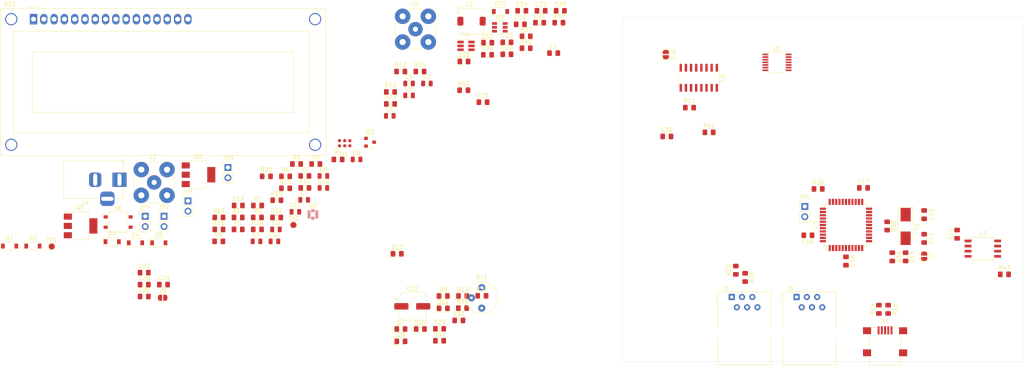
<source format=kicad_pcb>
(kicad_pcb (version 20171130) (host pcbnew 5.1.6-c6e7f7d~86~ubuntu18.04.1)
  (title_block (title pHMeter) (date 2020-06-09) (rev 0.1))
  (layers (0 F.Cu signal) (31 B.Cu signal) (34 B.Paste user) (35 F.Paste user) (36 B.SilkS user) (37 F.SilkS user) (38 B.Mask user) (39 F.Mask user) (44 Edge.Cuts user))
  (net 0 "")
  (net 1 3.3V)
  (net 2 GND)
  (net 3 "Net-(C2-Pad2)")
  (net 4 "Net-(C3-Pad1)")
  (net 5 "Net-(C4-Pad1)")
  (net 6 "Net-(C5-Pad1)")
  (net 7 "Net-(C5-Pad2)")
  (net 8 12V)
  (net 9 "Net-(C8-Pad1)")
  (net 10 "Net-(C8-Pad2)")
  (net 11 B+)
  (net 12 VUSB)
  (net 13 "Net-(C12-Pad1)")
  (net 14 "Net-(C12-Pad2)")
  (net 15 "Net-(C13-Pad1)")
  (net 16 "Net-(C14-Pad1)")
  (net 17 RESET)
  (net 18 AREF)
  (net 19 "Net-(C18-Pad1)")
  (net 20 VDD)
  (net 21 "Net-(C21-Pad1)")
  (net 22 "Net-(C21-Pad2)")
  (net 23 "Net-(C22-Pad2)")
  (net 24 "Net-(C22-Pad1)")
  (net 25 "/24bits ADC/LGND")
  (net 26 "Net-(C30-Pad2)")
  (net 27 "Net-(D1-Pad1)")
  (net 28 "Net-(D3-Pad2)")
  (net 29 "Net-(D6-Pad3)")
  (net 30 "Net-(D6-Pad4)")
  (net 31 "Net-(D8-Pad2)")
  (net 32 "Net-(D9-Pad2)")
  (net 33 "Net-(DS1-Pad2)")
  (net 34 "Net-(DS1-Pad3)")
  (net 35 A6)
  (net 36 D6)
  (net 37 "Net-(DS1-Pad7)")
  (net 38 "Net-(DS1-Pad8)")
  (net 39 "Net-(DS1-Pad9)")
  (net 40 "Net-(DS1-Pad10)")
  (net 41 D9)
  (net 42 D11)
  (net 43 D5)
  (net 44 A4)
  (net 45 "Net-(DS1-Pad15)")
  (net 46 MISO)
  (net 47 SCK)
  (net 48 MOSI)
  (net 49 "Net-(J2-Pad1)")
  (net 50 "Net-(J3-Pad2)")
  (net 51 "Net-(J3-Pad1)")
  (net 52 SCL)
  (net 53 SDA)
  (net 54 "Net-(J5-Pad5)")
  (net 55 "Net-(J6-Pad5)")
  (net 56 "Net-(J8-Pad2)")
  (net 57 "Net-(JP3-Pad2)")
  (net 58 "Net-(JP4-Pad2)")
  (net 59 D8)
  (net 60 D12)
  (net 61 "Net-(Q3-Pad1)")
  (net 62 "Net-(R7-Pad1)")
  (net 63 "Net-(R11-Pad2)")
  (net 64 B-)
  (net 65 USB_N)
  (net 66 "Net-(R14-Pad2)")
  (net 67 USB_P)
  (net 68 "Net-(R15-Pad2)")
  (net 69 "Net-(R18-Pad2)")
  (net 70 "Net-(R19-Pad2)")
  (net 71 D13)
  (net 72 A+)
  (net 73 HWB)
  (net 74 "Net-(R32-Pad2)")
  (net 75 D10)
  (net 76 D7)
  (net 77 RXLED)
  (net 78 RX)
  (net 79 TX)
  (net 80 TXLED)
  (net 81 A0)
  (net 82 A1)
  (net 83 A2)
  (net 84 A3)
  (net 85 A5)
  (net 86 "Net-(U4-Pad3)")
  (net 87 "Net-(X1-Pad4)")
  (net 88 "Net-(D7-Pad2)")
  (net 89 "Net-(D10-Pad2)")
  (net 90 "Net-(D11-Pad2)")
  (net 91 "Net-(D12-Pad2)")
  (net 92 "Net-(D13-Pad2)")
  (net 93 "Net-(D15-Pad2)")
  (net 94 "Net-(D16-Pad2)")
  (net 95 "Net-(R33-Pad1)")
  (net 96 "Net-(R37-Pad2)")
  (net 97 "Net-(R43-Pad2)")
  (net 98 "Net-(R44-Pad1)")
  (net 99 "Net-(U6-Pad2)")
  (net 100 "Net-(U6-Pad13)")
  (module Capacitor_SMD:C_0805_2012Metric (layer F.Cu) (at 122.875001 87.885001)
    (fp_text reference C1 (at 0 -1.65) (layer F.SilkS))
    (fp_text value 100n)
    (pad 1 smd roundrect (at -0.9375 0) (size 0.975 1.4) (layers F.Cu F.Paste F.Mask) (net 1 3.3V))
    (pad 2 smd roundrect (at 0.9375 0) (size 0.975 1.4) (layers F.Cu F.Paste F.Mask) (net 2 GND))
  )
  (module Capacitor_SMD:C_0805_2012Metric (layer F.Cu) (at 132.035001 79.885001)
    (fp_text reference C2 (at 0 -1.65) (layer F.SilkS))
    (fp_text value 100n)
    (pad 2 smd roundrect (at 0.9375 0) (size 0.975 1.4) (layers F.Cu F.Paste F.Mask) (net 3 "Net-(C2-Pad2)"))
    (pad 1 smd roundrect (at -0.9375 0) (size 0.975 1.4) (layers F.Cu F.Paste F.Mask) (net 2 GND))
  )
  (module Capacitor_SMD:C_0805_2012Metric (layer F.Cu) (at 94.775001 115.905001)
    (fp_text reference C3 (at 0 -1.65) (layer F.SilkS))
    (fp_text value 100n)
    (pad 2 smd roundrect (at 0.9375 0) (size 0.975 1.4) (layers F.Cu F.Paste F.Mask) (net 2 GND))
    (pad 1 smd roundrect (at -0.9375 0) (size 0.975 1.4) (layers F.Cu F.Paste F.Mask) (net 4 "Net-(C3-Pad1)"))
  )
  (module Capacitor_SMD:C_0805_2012Metric (layer F.Cu) (at 89.985001 118.855001)
    (fp_text reference C4 (at 0 -1.65) (layer F.SilkS))
    (fp_text value 100n)
    (pad 1 smd roundrect (at -0.9375 0) (size 0.975 1.4) (layers F.Cu F.Paste F.Mask) (net 5 "Net-(C4-Pad1)"))
    (pad 2 smd roundrect (at 0.9375 0) (size 0.975 1.4) (layers F.Cu F.Paste F.Mask) (net 3 "Net-(C2-Pad2)"))
  )
  (module Capacitor_SMD:C_0805_2012Metric (layer F.Cu) (at 127.625001 79.885001)
    (fp_text reference C5 (at 0 -1.65) (layer F.SilkS))
    (fp_text value 100n)
    (pad 1 smd roundrect (at -0.9375 0) (size 0.975 1.4) (layers F.Cu F.Paste F.Mask) (net 6 "Net-(C5-Pad1)"))
    (pad 2 smd roundrect (at 0.9375 0) (size 0.975 1.4) (layers F.Cu F.Paste F.Mask) (net 7 "Net-(C5-Pad2)"))
  )
  (module Capacitor_SMD:C_0805_2012Metric (layer F.Cu) (at 127.625001 82.835001)
    (fp_text reference C6 (at 0 -1.65) (layer F.SilkS))
    (fp_text value 100n)
    (pad 2 smd roundrect (at 0.9375 0) (size 0.975 1.4) (layers F.Cu F.Paste F.Mask) (net 2 GND))
    (pad 1 smd roundrect (at -0.9375 0) (size 0.975 1.4) (layers F.Cu F.Paste F.Mask) (net 8 12V))
  )
  (module Capacitor_SMD:C_0805_2012Metric (layer F.Cu) (at 101.735001 108.615001)
    (fp_text reference C7 (at 0 -1.65) (layer F.SilkS))
    (fp_text value 10u)
    (pad 1 smd roundrect (at -0.9375 0) (size 0.975 1.4) (layers F.Cu F.Paste F.Mask) (net 8 12V))
    (pad 2 smd roundrect (at 0.9375 0) (size 0.975 1.4) (layers F.Cu F.Paste F.Mask) (net 2 GND))
  )
  (module Capacitor_SMD:C_0805_2012Metric (layer F.Cu) (at 106.485001 102.715001)
    (fp_text reference C8 (at 0 -1.65) (layer F.SilkS))
    (fp_text value 100n)
    (pad 1 smd roundrect (at -0.9375 0) (size 0.975 1.4) (layers F.Cu F.Paste F.Mask) (net 9 "Net-(C8-Pad1)"))
    (pad 2 smd roundrect (at 0.9375 0) (size 0.975 1.4) (layers F.Cu F.Paste F.Mask) (net 10 "Net-(C8-Pad2)"))
  )
  (module Capacitor_SMD:C_0805_2012Metric (layer F.Cu) (at 114.675001 98.635001)
    (fp_text reference C9 (at 0 -1.65) (layer F.SilkS))
    (fp_text value 22u)
    (pad 2 smd roundrect (at 0.9375 0) (size 0.975 1.4) (layers F.Cu F.Paste F.Mask) (net 2 GND))
    (pad 1 smd roundrect (at -0.9375 0) (size 0.975 1.4) (layers F.Cu F.Paste F.Mask) (net 11 B+))
  )
  (module Capacitor_SMD:C_0805_2012Metric (layer F.Cu) (at 106.485001 105.665001)
    (fp_text reference C10 (at 0 -1.65) (layer F.SilkS))
    (fp_text value 100n)
    (pad 2 smd roundrect (at 0.9375 0) (size 0.975 1.4) (layers F.Cu F.Paste F.Mask) (net 2 GND))
    (pad 1 smd roundrect (at -0.9375 0) (size 0.975 1.4) (layers F.Cu F.Paste F.Mask) (net 1 3.3V))
  )
  (module Capacitor_SMD:C_0805_2012Metric (layer F.Cu) (at 99.565001 111.565001)
    (fp_text reference C11 (at 0 -1.65) (layer F.SilkS))
    (fp_text value 10u)
    (pad 2 smd roundrect (at 0.9375 0) (size 0.975 1.4) (layers F.Cu F.Paste F.Mask) (net 2 GND))
    (pad 1 smd roundrect (at -0.9375 0) (size 0.975 1.4) (layers F.Cu F.Paste F.Mask) (net 12 VUSB))
  )
  (module Capacitor_SMD:C_0805_2012Metric (layer F.Cu) (at 94.395001 118.855001)
    (fp_text reference C12 (at 0 -1.65) (layer F.SilkS))
    (fp_text value 100n)
    (pad 1 smd roundrect (at -0.9375 0) (size 0.975 1.4) (layers F.Cu F.Paste F.Mask) (net 13 "Net-(C12-Pad1)"))
    (pad 2 smd roundrect (at 0.9375 0) (size 0.975 1.4) (layers F.Cu F.Paste F.Mask) (net 14 "Net-(C12-Pad2)"))
  )
  (module Capacitor_SMD:C_0805_2012Metric_Pad1.15x1.40mm_HandSolder (layer F.Cu) (at 254.762 112.259 90)
    (fp_text reference C13 (at -0.009 1.778 90) (layer F.SilkS))
    (fp_text value 22pF)
    (pad 1 smd roundrect (at -1.025 0 90) (size 1.15 1.4) (layers F.Cu F.Paste F.Mask) (roundrect_rratio 0.217391) (net 15 "Net-(C13-Pad1)"))
    (pad 2 smd roundrect (at 1.025 0 90) (size 1.15 1.4) (layers F.Cu F.Paste F.Mask) (roundrect_rratio 0.217391) (net 2 GND))
  )
  (module Capacitor_SMD:C_0805_2012Metric_Pad1.15x1.40mm_HandSolder (layer F.Cu) (at 254.762 118.119 270)
    (fp_text reference C14 (at 0 -1.65 90) (layer F.SilkS))
    (fp_text value 22pF)
    (pad 2 smd roundrect (at 1.025 0 270) (size 1.15 1.4) (layers F.Cu F.Paste F.Mask) (roundrect_rratio 0.217391) (net 2 GND))
    (pad 1 smd roundrect (at -1.025 0 270) (size 1.15 1.4) (layers F.Cu F.Paste F.Mask) (roundrect_rratio 0.217391) (net 16 "Net-(C14-Pad1)"))
  )
  (module Capacitor_SMD:C_0805_2012Metric_Pad1.15x1.40mm_HandSolder (layer F.Cu) (at 250.19 122.673 270)
    (fp_text reference C15 (at 0 -1.65 90) (layer F.SilkS))
    (fp_text value 100nF)
    (pad 2 smd roundrect (at 1.025 0 270) (size 1.15 1.4) (layers F.Cu F.Paste F.Mask) (roundrect_rratio 0.217391) (net 17 RESET))
    (pad 1 smd roundrect (at -1.025 0 270) (size 1.15 1.4) (layers F.Cu F.Paste F.Mask) (roundrect_rratio 0.217391) (net 2 GND))
  )
  (module Capacitor_SMD:C_0805_2012Metric_Pad1.15x1.40mm_HandSolder (layer F.Cu) (at 226.069 117.348 180)
    (fp_text reference C16 (at 0 -1.65) (layer F.SilkS))
    (fp_text value 100nF)
    (pad 2 smd roundrect (at 1.025 0 180) (size 1.15 1.4) (layers F.Cu F.Paste F.Mask) (roundrect_rratio 0.217391) (net 2 GND))
    (pad 1 smd roundrect (at -1.025 0 180) (size 1.15 1.4) (layers F.Cu F.Paste F.Mask) (roundrect_rratio 0.217391) (net 18 AREF))
  )
  (module Capacitor_SMD:C_0805_2012Metric_Pad1.15x1.40mm_HandSolder (layer F.Cu) (at 239.785 105.664)
    (fp_text reference C17 (at 0 -1.65) (layer F.SilkS))
    (fp_text value 100nF)
    (pad 2 smd roundrect (at 1.025 0) (size 1.15 1.4) (layers F.Cu F.Paste F.Mask) (roundrect_rratio 0.217391) (net 2 GND))
    (pad 1 smd roundrect (at -1.025 0) (size 1.15 1.4) (layers F.Cu F.Paste F.Mask) (roundrect_rratio 0.217391) (net 1 3.3V))
  )
  (module Capacitor_SMD:C_0805_2012Metric_Pad1.15x1.40mm_HandSolder (layer F.Cu) (at 235.458 123.707 270)
    (fp_text reference C18 (at 0 -1.65 90) (layer F.SilkS))
    (fp_text value 100nF)
    (pad 1 smd roundrect (at -1.025 0 270) (size 1.15 1.4) (layers F.Cu F.Paste F.Mask) (roundrect_rratio 0.217391) (net 19 "Net-(C18-Pad1)"))
    (pad 2 smd roundrect (at 1.025 0 270) (size 1.15 1.4) (layers F.Cu F.Paste F.Mask) (roundrect_rratio 0.217391) (net 2 GND))
  )
  (module Capacitor_SMD:C_0805_2012Metric_Pad1.15x1.40mm_HandSolder (layer F.Cu) (at 155.095001 65.285001)
    (fp_text reference C19 (at 0 -1.65) (layer F.SilkS))
    (fp_text value 10u)
    (pad 1 smd roundrect (at -1.025 0) (size 1.15 1.4) (layers F.Cu F.Paste F.Mask) (roundrect_rratio 0.217391) (net 20 VDD))
    (pad 2 smd roundrect (at 1.025 0) (size 1.15 1.4) (layers F.Cu F.Paste F.Mask) (roundrect_rratio 0.217391) (net 2 GND))
  )
  (module Capacitor_SMD:C_0805_2012Metric_Pad1.15x1.40mm_HandSolder (layer F.Cu) (at 151.775001 72.685001)
    (fp_text reference C20 (at 0 -1.65) (layer F.SilkS))
    (fp_text value 10µF)
    (pad 1 smd roundrect (at -1.025 0) (size 1.15 1.4) (layers F.Cu F.Paste F.Mask) (roundrect_rratio 0.217391) (net 20 VDD))
    (pad 2 smd roundrect (at 1.025 0) (size 1.15 1.4) (layers F.Cu F.Paste F.Mask) (roundrect_rratio 0.217391) (net 2 GND))
  )
  (module Capacitor_SMD:C_0805_2012Metric_Pad1.15x1.40mm_HandSolder (layer F.Cu) (at 159.845001 64.885001)
    (fp_text reference C21 (at 0 -1.65) (layer F.SilkS))
    (fp_text value 22nF)
    (pad 1 smd roundrect (at -1.025 0) (size 1.15 1.4) (layers F.Cu F.Paste F.Mask) (roundrect_rratio 0.217391) (net 21 "Net-(C21-Pad1)"))
    (pad 2 smd roundrect (at 1.025 0) (size 1.15 1.4) (layers F.Cu F.Paste F.Mask) (roundrect_rratio 0.217391) (net 22 "Net-(C21-Pad2)"))
  )
  (module Capacitor_SMD:C_0805_2012Metric_Pad1.15x1.40mm_HandSolder (layer F.Cu) (at 160.205001 61.935001)
    (fp_text reference C22 (at 0 -1.65) (layer F.SilkS))
    (fp_text value 100n)
    (pad 2 smd roundrect (at 1.025 0) (size 1.15 1.4) (layers F.Cu F.Paste F.Mask) (roundrect_rratio 0.217391) (net 23 "Net-(C22-Pad2)"))
    (pad 1 smd roundrect (at -1.025 0) (size 1.15 1.4) (layers F.Cu F.Paste F.Mask) (roundrect_rratio 0.217391) (net 24 "Net-(C22-Pad1)"))
  )
  (module Capacitor_SMD:C_0805_2012Metric_Pad1.15x1.40mm_HandSolder (layer F.Cu) (at 151.775001 69.735001)
    (fp_text reference C23 (at 0 -1.65) (layer F.SilkS))
    (fp_text value 22µF)
    (pad 1 smd roundrect (at -1.025 0) (size 1.15 1.4) (layers F.Cu F.Paste F.Mask) (roundrect_rratio 0.217391) (net 1 3.3V))
    (pad 2 smd roundrect (at 1.025 0) (size 1.15 1.4) (layers F.Cu F.Paste F.Mask) (roundrect_rratio 0.217391) (net 2 GND))
  )
  (module Capacitor_SMD:C_0805_2012Metric_Pad1.15x1.40mm_HandSolder (layer F.Cu) (at 146.985001 72.805001)
    (fp_text reference C24 (at 0 -1.65) (layer F.SilkS))
    (fp_text value 22u)
    (pad 2 smd roundrect (at 1.025 0) (size 1.15 1.4) (layers F.Cu F.Paste F.Mask) (roundrect_rratio 0.217391) (net 1 3.3V))
    (pad 1 smd roundrect (at -1.025 0) (size 1.15 1.4) (layers F.Cu F.Paste F.Mask) (roundrect_rratio 0.217391) (net 2 GND))
  )
  (module Capacitor_SMD:C_0805_2012Metric_Pad1.15x1.40mm_HandSolder (layer F.Cu) (at 155.455001 61.935001)
    (fp_text reference C25 (at 0 -1.65) (layer F.SilkS))
    (fp_text value 22u)
    (pad 2 smd roundrect (at 1.025 0) (size 1.15 1.4) (layers F.Cu F.Paste F.Mask) (roundrect_rratio 0.217391) (net 1 3.3V))
    (pad 1 smd roundrect (at -1.025 0) (size 1.15 1.4) (layers F.Cu F.Paste F.Mask) (roundrect_rratio 0.217391) (net 2 GND))
  )
  (module Capacitor_SMD:C_0805_2012Metric_Pad1.15x1.40mm_HandSolder (layer F.Cu) (at 62.265001 129.525001)
    (fp_text reference C26 (at 0 -1.65) (layer F.SilkS))
    (fp_text value 100nF)
    (pad 1 smd roundrect (at -1.025 0) (size 1.15 1.4) (layers F.Cu F.Paste F.Mask) (roundrect_rratio 0.217391) (net 1 3.3V))
    (pad 2 smd roundrect (at 1.025 0) (size 1.15 1.4) (layers F.Cu F.Paste F.Mask) (roundrect_rratio 0.217391) (net 2 GND))
  )
  (module Capacitor_SMD:C_0805_2012Metric_Pad1.15x1.40mm_HandSolder (layer F.Cu) (at 62.265001 126.575001)
    (fp_text reference C27 (at 0 -1.65) (layer F.SilkS))
    (fp_text value 10uF)
    (pad 1 smd roundrect (at -1.025 0) (size 1.15 1.4) (layers F.Cu F.Paste F.Mask) (roundrect_rratio 0.217391) (net 1 3.3V))
    (pad 2 smd roundrect (at 1.025 0) (size 1.15 1.4) (layers F.Cu F.Paste F.Mask) (roundrect_rratio 0.217391) (net 2 GND))
  )
  (module Capacitor_SMD:C_0805_2012Metric_Pad1.15x1.40mm_HandSolder (layer F.Cu) (at 62.265001 132.475001)
    (fp_text reference C28 (at 0 -1.65) (layer F.SilkS))
    (fp_text value 100nF)
    (pad 1 smd roundrect (at -1.025 0) (size 1.15 1.4) (layers F.Cu F.Paste F.Mask) (roundrect_rratio 0.217391) (net 1 3.3V))
    (pad 2 smd roundrect (at 1.025 0) (size 1.15 1.4) (layers F.Cu F.Paste F.Mask) (roundrect_rratio 0.217391) (net 25 "/24bits ADC/LGND"))
  )
  (module Capacitor_SMD:C_0805_2012Metric_Pad1.15x1.40mm_HandSolder (layer F.Cu) (at 67.015001 129.525001)
    (fp_text reference C29 (at 0 -1.65) (layer F.SilkS))
    (fp_text value 10uF)
    (pad 2 smd roundrect (at 1.025 0) (size 1.15 1.4) (layers F.Cu F.Paste F.Mask) (roundrect_rratio 0.217391) (net 25 "/24bits ADC/LGND"))
    (pad 1 smd roundrect (at -1.025 0) (size 1.15 1.4) (layers F.Cu F.Paste F.Mask) (roundrect_rratio 0.217391) (net 1 3.3V))
  )
  (module Capacitor_SMD:C_0805_2012Metric_Pad1.15x1.40mm_HandSolder (layer F.Cu) (at 191.253 92.964)
    (fp_text reference C30 (at 0 -1.65) (layer F.SilkS))
    (fp_text value 100nF)
    (pad 2 smd roundrect (at 1.025 0) (size 1.15 1.4) (layers F.Cu F.Paste F.Mask) (roundrect_rratio 0.217391) (net 26 "Net-(C30-Pad2)"))
    (pad 1 smd roundrect (at -1.025 0) (size 1.15 1.4) (layers F.Cu F.Paste F.Mask) (roundrect_rratio 0.217391) (net 25 "/24bits ADC/LGND"))
  )
  (module Capacitor_SMD:C_0805_2012Metric_Pad1.15x1.40mm_HandSolder (layer F.Cu) (at 145.885001 84.505001)
    (fp_text reference C31 (at 0 -1.65) (layer F.SilkS))
    (fp_text value 10u)
    (pad 1 smd roundrect (at -1.025 0) (size 1.15 1.4) (layers F.Cu F.Paste F.Mask) (roundrect_rratio 0.217391) (net 1 3.3V))
    (pad 2 smd roundrect (at 1.025 0) (size 1.15 1.4) (layers F.Cu F.Paste F.Mask) (roundrect_rratio 0.217391) (net 2 GND))
  )
  (module Diode_SMD:D_SOD-123 (layer F.Cu) (at 29.045001 120.015001)
    (fp_text reference D1 (at 0 -2) (layer F.SilkS))
    (fp_text value D)
    (pad 1 smd rect (at -1.65 0) (size 0.9 1.2) (layers F.Cu F.Paste F.Mask) (net 27 "Net-(D1-Pad1)"))
    (pad 2 smd rect (at 1.65 0) (size 0.9 1.2) (layers F.Cu F.Paste F.Mask) (net 6 "Net-(C5-Pad1)"))
  )
  (module Diode_SMD:D_SOD-123 (layer F.Cu) (at 34.795001 120.015001)
    (fp_text reference D2 (at 0 -2) (layer F.SilkS))
    (fp_text value D)
    (pad 2 smd rect (at 1.65 0) (size 0.9 1.2) (layers F.Cu F.Paste F.Mask) (net 27 "Net-(D1-Pad1)"))
    (pad 1 smd rect (at -1.65 0) (size 0.9 1.2) (layers F.Cu F.Paste F.Mask) (net 6 "Net-(C5-Pad1)"))
  )
  (module Diode_SMD:D_SOD-123 (layer F.Cu) (at 54.365001 118.945001)
    (fp_text reference D3 (at 0 -2) (layer F.SilkS))
    (fp_text value D_Schottky)
    (pad 1 smd rect (at -1.65 0) (size 0.9 1.2) (layers F.Cu F.Paste F.Mask) (net 20 VDD))
    (pad 2 smd rect (at 1.65 0) (size 0.9 1.2) (layers F.Cu F.Paste F.Mask) (net 28 "Net-(D3-Pad2)"))
  )
  (module Diode_SMD:D_SOD-123 (layer F.Cu) (at 60.115001 119.215001)
    (fp_text reference D4 (at 0 -2) (layer F.SilkS))
    (fp_text value D_Schottky)
    (pad 2 smd rect (at 1.65 0) (size 0.9 1.2) (layers F.Cu F.Paste F.Mask) (net 12 VUSB))
    (pad 1 smd rect (at -1.65 0) (size 0.9 1.2) (layers F.Cu F.Paste F.Mask) (net 20 VDD))
  )
  (module Diode_SMD:D_SOD-123 (layer F.Cu) (at 65.865001 119.215001)
    (fp_text reference D5 (at 0 -2) (layer F.SilkS))
    (fp_text value D_Schottky)
    (pad 1 smd rect (at -1.65 0) (size 0.9 1.2) (layers F.Cu F.Paste F.Mask) (net 20 VDD))
    (pad 2 smd rect (at 1.65 0) (size 0.9 1.2) (layers F.Cu F.Paste F.Mask) (net 8 12V))
  )
  (module Package_TO_SOT_SMD:TO-269AA (layer F.Cu) (at 55.835001 114.095001)
    (fp_text reference D6 (at 0 -3.4) (layer F.SilkS))
    (fp_text value MB2S)
    (pad 1 smd rect (at -3.075 -1.27) (size 1 0.8) (layers F.Cu F.Paste F.Mask) (net 13 "Net-(C12-Pad1)"))
    (pad 2 smd rect (at -3.075 1.27) (size 1 0.8) (layers F.Cu F.Paste F.Mask) (net 14 "Net-(C12-Pad2)"))
    (pad 3 smd rect (at 3.075 1.27) (size 1 0.8) (layers F.Cu F.Paste F.Mask) (net 29 "Net-(D6-Pad3)"))
    (pad 4 smd rect (at 3.075 -1.27) (size 1 0.8) (layers F.Cu F.Paste F.Mask) (net 30 "Net-(D6-Pad4)"))
  )
  (module Diode_SMD:D_SOD-123 (layer F.Cu) (at 150.205001 62.135001)
    (fp_text reference D14 (at 0 -2) (layer F.SilkS))
    (fp_text value B240A)
    (pad 2 smd rect (at 1.65 0) (size 0.9 1.2) (layers F.Cu F.Paste F.Mask) (net 2 GND))
    (pad 1 smd rect (at -1.65 0) (size 0.9 1.2) (layers F.Cu F.Paste F.Mask) (net 22 "Net-(C21-Pad2)"))
  )
  (module LED_SMD:LED_0805_2012Metric_Pad1.15x1.40mm_HandSolder (layer F.Cu) (at 147.030001 69.810001)
    (fp_text reference D15 (at 0 -1.65) (layer F.SilkS))
    (fp_text value RED)
    (pad 1 smd roundrect (at -1.025 0) (size 1.15 1.4) (layers F.Cu F.Paste F.Mask) (roundrect_rratio 0.217391) (net 2 GND))
    (pad 2 smd roundrect (at 1.025 0) (size 1.15 1.4) (layers F.Cu F.Paste F.Mask) (roundrect_rratio 0.217391) (net 93 "Net-(D15-Pad2)"))
  )
  (module LED_SMD:LED_0805_2012Metric_Pad1.15x1.40mm_HandSolder (layer F.Cu) (at 141.180001 74.460001)
    (fp_text reference D16 (at 0 -1.65) (layer F.SilkS))
    (fp_text value RED)
    (pad 2 smd roundrect (at 1.025 0) (size 1.15 1.4) (layers F.Cu F.Paste F.Mask) (roundrect_rratio 0.217391) (net 94 "Net-(D16-Pad2)"))
    (pad 1 smd roundrect (at -1.025 0) (size 1.15 1.4) (layers F.Cu F.Paste F.Mask) (roundrect_rratio 0.217391) (net 2 GND))
  )
  (module Display:WC1602A (layer F.Cu) (at 34.945001 64.020001)
    (fp_text reference DS1 (at -5.82 -3.81) (layer F.SilkS))
    (fp_text value WC1602A)
    (pad 1 thru_hole rect (at 0 0) (size 1.8 2.6) (drill 1.2) (layers *.Cu *.Mask) (net 2 GND))
    (pad 2 thru_hole oval (at 2.54 0) (size 1.8 2.6) (drill 1.2) (layers *.Cu *.Mask) (net 33 "Net-(DS1-Pad2)"))
    (pad 3 thru_hole oval (at 5.08 0) (size 1.8 2.6) (drill 1.2) (layers *.Cu *.Mask) (net 34 "Net-(DS1-Pad3)"))
    (pad 4 thru_hole oval (at 7.62 0) (size 1.8 2.6) (drill 1.2) (layers *.Cu *.Mask) (net 35 A6))
    (pad 5 thru_hole oval (at 10.16 0) (size 1.8 2.6) (drill 1.2) (layers *.Cu *.Mask) (net 2 GND))
    (pad 6 thru_hole oval (at 12.7 0) (size 1.8 2.6) (drill 1.2) (layers *.Cu *.Mask) (net 36 D6))
    (pad 7 thru_hole oval (at 15.24 0) (size 1.8 2.6) (drill 1.2) (layers *.Cu *.Mask) (net 37 "Net-(DS1-Pad7)"))
    (pad 8 thru_hole oval (at 17.78 0) (size 1.8 2.6) (drill 1.2) (layers *.Cu *.Mask) (net 38 "Net-(DS1-Pad8)"))
    (pad 9 thru_hole oval (at 20.32 0) (size 1.8 2.6) (drill 1.2) (layers *.Cu *.Mask) (net 39 "Net-(DS1-Pad9)"))
    (pad 10 thru_hole oval (at 22.86 0) (size 1.8 2.6) (drill 1.2) (layers *.Cu *.Mask) (net 40 "Net-(DS1-Pad10)"))
    (pad 11 thru_hole oval (at 25.4 0) (size 1.8 2.6) (drill 1.2) (layers *.Cu *.Mask) (net 41 D9))
    (pad 12 thru_hole oval (at 27.94 0) (size 1.8 2.6) (drill 1.2) (layers *.Cu *.Mask) (net 42 D11))
    (pad 13 thru_hole oval (at 30.48 0) (size 1.8 2.6) (drill 1.2) (layers *.Cu *.Mask) (net 43 D5))
    (pad 14 thru_hole oval (at 33.02 0) (size 1.8 2.6) (drill 1.2) (layers *.Cu *.Mask) (net 44 A4))
    (pad 15 thru_hole oval (at 35.56 0) (size 1.8 2.6) (drill 1.2) (layers *.Cu *.Mask) (net 45 "Net-(DS1-Pad15)"))
    (pad 16 thru_hole oval (at 38.1 0) (size 1.8 2.6) (drill 1.2) (layers *.Cu *.Mask) (net 2 GND))
    (pad "" thru_hole circle (at -5.4991 0) (size 3 3) (drill 2.5) (layers *.Cu *.Mask))
    (pad "" thru_hole circle (at -5.4991 31.0007) (size 3 3) (drill 2.5) (layers *.Cu *.Mask))
    (pad "" thru_hole circle (at 69.49948 31.0007) (size 3 3) (drill 2.5) (layers *.Cu *.Mask))
    (pad "" thru_hole circle (at 69.5 0) (size 3 3) (drill 2.5) (layers *.Cu *.Mask))
  )
  (module Connector:Tag-Connect_TC2030-IDC-NL_2x03_P1.27mm_Vertical (layer F.Cu) (at 111.745001 94.635001)
    (fp_text reference J1 (at 0 2.7) (layer F.SilkS))
    (fp_text value Conn_02x03_Odd_Even)
    (pad "" np_thru_hole circle (at 2.54 -1.016) (size 0.9906 0.9906) (drill 0.9906) (layers *.Cu *.Mask))
    (pad "" np_thru_hole circle (at 2.54 1.016) (size 0.9906 0.9906) (drill 0.9906) (layers *.Cu *.Mask))
    (pad "" np_thru_hole circle (at -2.54 0) (size 0.9906 0.9906) (drill 0.9906) (layers *.Cu *.Mask))
    (pad 1 connect circle (at -1.27 0.635) (size 0.7874 0.7874) (layers F.Cu F.Mask) (net 46 MISO))
    (pad 2 connect circle (at -1.27 -0.635) (size 0.7874 0.7874) (layers F.Cu F.Mask) (net 28 "Net-(D3-Pad2)"))
    (pad 3 connect circle (at 0 0.635) (size 0.7874 0.7874) (layers F.Cu F.Mask) (net 47 SCK))
    (pad 4 connect circle (at 0 -0.635) (size 0.7874 0.7874) (layers F.Cu F.Mask) (net 48 MOSI))
    (pad 5 connect circle (at 1.27 0.635) (size 0.7874 0.7874) (layers F.Cu F.Mask) (net 17 RESET))
    (pad 6 connect circle (at 1.27 -0.635) (size 0.7874 0.7874) (layers F.Cu F.Mask) (net 2 GND))
  )
  (module Connector_Coaxial:BNC_TEConnectivity_1478204_Vertical (layer F.Cu) (at 64.715001 104.315001)
    (fp_text reference J2 (at -0.25 -6.25) (layer F.SilkS))
    (fp_text value Conn_Coaxial_Power)
    (pad 2 thru_hole circle (at 3.175 3.175) (size 3.81 3.81) (drill 1.524) (layers *.Cu *.Mask) (net 2 GND))
    (pad 2 thru_hole circle (at -3.175 3.175) (size 3.81 3.81) (drill 1.524) (layers *.Cu *.Mask) (net 2 GND))
    (pad 2 thru_hole circle (at 3.175 -3.175) (size 3.81 3.81) (drill 1.524) (layers *.Cu *.Mask) (net 2 GND))
    (pad 1 thru_hole circle (at 0 0) (size 3.556 3.556) (drill 1.27) (layers *.Cu *.Mask) (net 49 "Net-(J2-Pad1)"))
    (pad 2 thru_hole circle (at -3.175 -3.175) (size 3.81 3.81) (drill 1.524) (layers *.Cu *.Mask) (net 2 GND))
  )
  (module Connector_Coaxial:BNC_TEConnectivity_1478204_Vertical (layer F.Cu) (at 129.215001 66.485001)
    (fp_text reference J3 (at -0.25 -6.25) (layer F.SilkS))
    (fp_text value Conn_Coaxial_Power)
    (pad 2 thru_hole circle (at -3.175 -3.175) (size 3.81 3.81) (drill 1.524) (layers *.Cu *.Mask) (net 50 "Net-(J3-Pad2)"))
    (pad 1 thru_hole circle (at 0 0) (size 3.556 3.556) (drill 1.27) (layers *.Cu *.Mask) (net 51 "Net-(J3-Pad1)"))
    (pad 2 thru_hole circle (at 3.175 -3.175) (size 3.81 3.81) (drill 1.524) (layers *.Cu *.Mask) (net 50 "Net-(J3-Pad2)"))
    (pad 2 thru_hole circle (at -3.175 3.175) (size 3.81 3.81) (drill 1.524) (layers *.Cu *.Mask) (net 50 "Net-(J3-Pad2)"))
    (pad 2 thru_hole circle (at 3.175 3.175) (size 3.81 3.81) (drill 1.524) (layers *.Cu *.Mask) (net 50 "Net-(J3-Pad2)"))
  )
  (module Connector_BarrelJack:BarrelJack_Horizontal (layer F.Cu) (at 56.165001 103.650001)
    (fp_text reference J4 (at -8.45 5.75) (layer F.SilkS))
    (fp_text value Conn_Coaxial_Power)
    (pad 1 thru_hole rect (at 0 0) (size 3.5 3.5) (drill oval 1 3) (layers *.Cu *.Mask) (net 8 12V))
    (pad 2 thru_hole roundrect (at -6 0) (size 3 3.5) (drill oval 1 3) (layers *.Cu *.Mask) (net 2 GND))
    (pad 3 thru_hole roundrect (at -3 4.7) (size 3.5 3.5) (drill oval 3 1) (layers *.Cu *.Mask))
  )
  (module Connector_RJ:RJ12_Amphenol_54601 (layer F.Cu) (at 207.264 132.588)
    (fp_text reference J5 (at -1.67 -2.16) (layer F.SilkS))
    (fp_text value RJ12)
    (pad 1 thru_hole rect (at 0 0) (size 1.52 1.52) (drill 0.76) (layers *.Cu *.Mask) (net 8 12V))
    (pad "" np_thru_hole circle (at -1.91 8.89) (size 3.25 3.25) (drill 3.25) (layers *.Cu *.Mask))
    (pad 2 thru_hole circle (at 1.27 2.54) (size 1.52 1.52) (drill 0.76) (layers *.Cu *.Mask) (net 52 SCL))
    (pad 3 thru_hole circle (at 2.54 0) (size 1.52 1.52) (drill 0.76) (layers *.Cu *.Mask) (net 53 SDA))
    (pad 4 thru_hole circle (at 3.81 2.54) (size 1.52 1.52) (drill 0.76) (layers *.Cu *.Mask) (net 2 GND))
    (pad 5 thru_hole circle (at 5.08 0) (size 1.52 1.52) (drill 0.76) (layers *.Cu *.Mask) (net 54 "Net-(J5-Pad5)"))
    (pad 6 thru_hole circle (at 6.35 2.54) (size 1.52 1.52) (drill 0.76) (layers *.Cu *.Mask) (net 2 GND))
    (pad "" np_thru_hole circle (at 8.25 8.89) (size 3.25 3.25) (drill 3.25) (layers *.Cu *.Mask))
  )
  (module Connector_RJ:RJ12_Amphenol_54601 (layer F.Cu) (at 223.266 132.588)
    (fp_text reference J6 (at -1.67 -2.16) (layer F.SilkS))
    (fp_text value RJ12)
    (pad "" np_thru_hole circle (at 8.25 8.89) (size 3.25 3.25) (drill 3.25) (layers *.Cu *.Mask))
    (pad 6 thru_hole circle (at 6.35 2.54) (size 1.52 1.52) (drill 0.76) (layers *.Cu *.Mask) (net 2 GND))
    (pad 5 thru_hole circle (at 5.08 0) (size 1.52 1.52) (drill 0.76) (layers *.Cu *.Mask) (net 55 "Net-(J6-Pad5)"))
    (pad 4 thru_hole circle (at 3.81 2.54) (size 1.52 1.52) (drill 0.76) (layers *.Cu *.Mask) (net 2 GND))
    (pad 3 thru_hole circle (at 2.54 0) (size 1.52 1.52) (drill 0.76) (layers *.Cu *.Mask) (net 53 SDA))
    (pad 2 thru_hole circle (at 1.27 2.54) (size 1.52 1.52) (drill 0.76) (layers *.Cu *.Mask) (net 52 SCL))
    (pad "" np_thru_hole circle (at -1.91 8.89) (size 3.25 3.25) (drill 3.25) (layers *.Cu *.Mask))
    (pad 1 thru_hole rect (at 0 0) (size 1.52 1.52) (drill 0.76) (layers *.Cu *.Mask) (net 8 12V))
  )
  (module Jumper:SolderJumper-2_P1.3mm_Open_RoundedPad1.0x1.5mm (layer F.Cu) (at 254.762 122.54 90)
    (fp_text reference J7 (at 0 2.032 90) (layer F.SilkS))
    (fp_text value SJ)
    (pad 1 smd custom (at -0.65 0 90) (size 1 0.5) (layers F.Cu F.Mask) (net 17 RESET) (options (clearance outline) (anchor rect)) (primitives (gr_circle (center 0 0.25) (end 0.5 0.25) (width 0)) (gr_circle (center 0 -0.25) (end 0.5 -0.25) (width 0)) (gr_poly (pts (xy 0 -0.75) (xy 0.5 -0.75) (xy 0.5 0.75) (xy 0 0.75)) (width 0))))
    (pad 2 smd custom (at 0.65 0 90) (size 1 0.5) (layers F.Cu F.Mask) (net 2 GND) (options (clearance outline) (anchor rect)) (primitives (gr_circle (center 0 0.25) (end 0.5 0.25) (width 0)) (gr_circle (center 0 -0.25) (end 0.5 -0.25) (width 0)) (gr_poly (pts (xy 0 -0.75) (xy -0.5 -0.75) (xy -0.5 0.75) (xy 0 0.75)) (width 0))))
  )
  (module Jumper:SolderJumper-2_P1.3mm_Open_RoundedPad1.0x1.5mm (layer F.Cu) (at 66.815001 132.775001)
    (fp_text reference J8 (at 0 -1.8) (layer F.SilkS))
    (fp_text value SJ)
    (pad 1 smd custom (at -0.65 0) (size 1 0.5) (layers F.Cu F.Mask) (net 2 GND) (options (clearance outline) (anchor rect)) (primitives (gr_circle (center 0 0.25) (end 0.5 0.25) (width 0)) (gr_circle (center 0 -0.25) (end 0.5 -0.25) (width 0)) (gr_poly (pts (xy 0 -0.75) (xy 0.5 -0.75) (xy 0.5 0.75) (xy 0 0.75)) (width 0))))
    (pad 2 smd custom (at 0.65 0) (size 1 0.5) (layers F.Cu F.Mask) (net 56 "Net-(J8-Pad2)") (options (clearance outline) (anchor rect)) (primitives (gr_circle (center 0 0.25) (end 0.5 0.25) (width 0)) (gr_circle (center 0 -0.25) (end 0.5 -0.25) (width 0)) (gr_poly (pts (xy 0 -0.75) (xy -0.5 -0.75) (xy -0.5 0.75) (xy 0 0.75)) (width 0))))
  )
  (module Connector_PinHeader_2.54mm:PinHeader_1x02_P2.54mm_Vertical (layer F.Cu) (at 73.065001 108.865001)
    (fp_text reference JP1 (at 0 -2.33) (layer F.SilkS))
    (fp_text value JP1E)
    (pad 2 thru_hole oval (at 0 2.54) (size 1.7 1.7) (drill 1) (layers *.Cu *.Mask) (net 2 GND))
    (pad 1 thru_hole rect (at 0 0) (size 1.7 1.7) (drill 1) (layers *.Cu *.Mask) (net 1 3.3V))
  )
  (module Connector_PinHeader_2.54mm:PinHeader_1x02_P2.54mm_Vertical (layer F.Cu) (at 67.165001 112.665001)
    (fp_text reference JP2 (at 0 -2.33) (layer F.SilkS))
    (fp_text value JP1E)
    (pad 1 thru_hole rect (at 0 0) (size 1.7 1.7) (drill 1) (layers *.Cu *.Mask) (net 8 12V))
    (pad 2 thru_hole oval (at 0 2.54) (size 1.7 1.7) (drill 1) (layers *.Cu *.Mask) (net 2 GND))
  )
  (module Connector_PinHeader_2.54mm:PinHeader_1x02_P2.54mm_Vertical (layer F.Cu) (at 82.915001 100.615001)
    (fp_text reference JP3 (at 0 -2.33) (layer F.SilkS))
    (fp_text value acidic)
    (pad 1 thru_hole rect (at 0 0) (size 1.7 1.7) (drill 1) (layers *.Cu *.Mask) (net 8 12V))
    (pad 2 thru_hole oval (at 0 2.54) (size 1.7 1.7) (drill 1) (layers *.Cu *.Mask) (net 57 "Net-(JP3-Pad2)"))
  )
  (module Connector_PinHeader_2.54mm:PinHeader_1x02_P2.54mm_Vertical (layer F.Cu) (at 62.515001 112.665001)
    (fp_text reference JP4 (at 0 -2.33) (layer F.SilkS))
    (fp_text value alkaline)
    (pad 2 thru_hole oval (at 0 2.54) (size 1.7 1.7) (drill 1) (layers *.Cu *.Mask) (net 58 "Net-(JP4-Pad2)"))
    (pad 1 thru_hole rect (at 0 0) (size 1.7 1.7) (drill 1) (layers *.Cu *.Mask) (net 8 12V))
  )
  (module Connector_PinHeader_2.54mm:PinHeader_1x02_P2.54mm_Vertical (layer F.Cu) (at 225.298 110.236)
    (fp_text reference JP5 (at 0 -2.33) (layer F.SilkS))
    (fp_text value M02JST-PTH-2)
    (pad 1 thru_hole rect (at 0 0) (size 1.7 1.7) (drill 1) (layers *.Cu *.Mask) (net 1 3.3V))
    (pad 2 thru_hole oval (at 0 2.54) (size 1.7 1.7) (drill 1) (layers *.Cu *.Mask) (net 2 GND))
  )
  (module Inductor_SMD:L_0805_2012Metric_Pad1.15x1.40mm_HandSolder (layer F.Cu) (at 163.313 72.39)
    (fp_text reference L1 (at 0 -1.65) (layer F.SilkS))
    (fp_text value 4.7µH)
    (pad 1 smd roundrect (at -1.025 0) (size 1.15 1.4) (layers F.Cu F.Paste F.Mask) (roundrect_rratio 0.217391) (net 22 "Net-(C21-Pad2)"))
    (pad 2 smd roundrect (at 1.025 0) (size 1.15 1.4) (layers F.Cu F.Paste F.Mask) (roundrect_rratio 0.217391) (net 1 3.3V))
  )
  (module Inductor_SMD:L_TDK_SLF6028 (layer F.Cu) (at 143.045001 64.520001)
    (fp_text reference L2 (at -0.5 -4.2) (layer F.SilkS))
    (fp_text value 3.9u)
    (fp_text user "" (at -49 0.05) (layer F.SilkS) (effects (font (size 3 3))))
    (pad 1 smd roundrect (at -2.75 0) (size 1.5 2.2) (layers F.Cu F.Paste F.Mask) (net 24 "Net-(C22-Pad1)"))
    (pad 2 smd roundrect (at 2.75 0) (size 1.5 2.2) (layers F.Cu F.Paste F.Mask) (net 1 3.3V))
  )
  (module Package_TO_SOT_SMD:SOT-223-3_TabPin2 (layer F.Cu) (at 46.565001 115.045001)
    (fp_text reference Q1 (at 0 -4.5) (layer F.SilkS))
    (fp_text value BSP75)
    (pad 1 smd rect (at -3.15 -2.3) (size 2 1.5) (layers F.Cu F.Paste F.Mask) (net 59 D8))
    (pad 3 smd rect (at -3.15 2.3) (size 2 1.5) (layers F.Cu F.Paste F.Mask) (net 2 GND))
    (pad 2 smd rect (at -3.15 0) (size 2 1.5) (layers F.Cu F.Paste F.Mask) (net 58 "Net-(JP4-Pad2)"))
    (pad 2 smd rect (at 3.15 0) (size 2 3.8) (layers F.Cu F.Paste F.Mask) (net 58 "Net-(JP4-Pad2)"))
  )
  (module Package_TO_SOT_SMD:SOT-223-3_TabPin2 (layer F.Cu) (at 75.665001 102.415001)
    (fp_text reference Q2 (at 0 -4.5) (layer F.SilkS))
    (fp_text value BSP75)
    (pad 2 smd rect (at 3.15 0) (size 2 3.8) (layers F.Cu F.Paste F.Mask) (net 57 "Net-(JP3-Pad2)"))
    (pad 2 smd rect (at -3.15 0) (size 2 1.5) (layers F.Cu F.Paste F.Mask) (net 57 "Net-(JP3-Pad2)"))
    (pad 3 smd rect (at -3.15 2.3) (size 2 1.5) (layers F.Cu F.Paste F.Mask) (net 2 GND))
    (pad 1 smd rect (at -3.15 -2.3) (size 2 1.5) (layers F.Cu F.Paste F.Mask) (net 60 D12))
  )
  (module Package_TO_SOT_SMD:SOT-23 (layer F.Cu) (at 117.995001 94.385001)
    (fp_text reference Q3 (at 0 -2.5) (layer F.SilkS))
    (fp_text value FDN340P)
    (pad 1 smd rect (at -1 -0.95) (size 0.9 0.8) (layers F.Cu F.Paste F.Mask) (net 61 "Net-(Q3-Pad1)"))
    (pad 2 smd rect (at -1 0.95) (size 0.9 0.8) (layers F.Cu F.Paste F.Mask) (net 1 3.3V))
    (pad 3 smd rect (at 1 0) (size 0.9 0.8) (layers F.Cu F.Paste F.Mask) (net 33 "Net-(DS1-Pad2)"))
  )
  (module Resistor_SMD:R_0805_2012Metric_Pad1.15x1.40mm_HandSolder (layer F.Cu) (at 85.445001 115.905001)
    (fp_text reference R1 (at 0 -1.65) (layer F.SilkS))
    (fp_text value 1k)
    (pad 2 smd roundrect (at 1.025 0) (size 1.15 1.4) (layers F.Cu F.Paste F.Mask) (roundrect_rratio 0.217391) (net 2 GND))
    (pad 1 smd roundrect (at -1.025 0) (size 1.15 1.4) (layers F.Cu F.Paste F.Mask) (roundrect_rratio 0.217391) (net 3 "Net-(C2-Pad2)"))
  )
  (module Resistor_SMD:R_0805_2012Metric_Pad1.15x1.40mm_HandSolder (layer F.Cu) (at 101.905001 102.715001)
    (fp_text reference R2 (at 0 -1.65) (layer F.SilkS))
    (fp_text value 10k)
    (pad 2 smd roundrect (at 1.025 0) (size 1.15 1.4) (layers F.Cu F.Paste F.Mask) (roundrect_rratio 0.217391) (net 2 GND))
    (pad 1 smd roundrect (at -1.025 0) (size 1.15 1.4) (layers F.Cu F.Paste F.Mask) (roundrect_rratio 0.217391) (net 27 "Net-(D1-Pad1)"))
  )
  (module Resistor_SMD:R_0805_2012Metric_Pad1.15x1.40mm_HandSolder (layer F.Cu) (at 104.605001 99.765001)
    (fp_text reference R3 (at 0 -1.65) (layer F.SilkS))
    (fp_text value 10k)
    (pad 1 smd roundrect (at -1.025 0) (size 1.15 1.4) (layers F.Cu F.Paste F.Mask) (roundrect_rratio 0.217391) (net 4 "Net-(C3-Pad1)"))
    (pad 2 smd roundrect (at 1.025 0) (size 1.15 1.4) (layers F.Cu F.Paste F.Mask) (roundrect_rratio 0.217391) (net 1 3.3V))
  )
  (module Resistor_SMD:R_0805_2012Metric_Pad1.15x1.40mm_HandSolder (layer F.Cu) (at 110.095001 98.635001)
    (fp_text reference R4 (at 0 -1.65) (layer F.SilkS))
    (fp_text value 10k)
    (pad 2 smd roundrect (at 1.025 0) (size 1.15 1.4) (layers F.Cu F.Paste F.Mask) (roundrect_rratio 0.217391) (net 2 GND))
    (pad 1 smd roundrect (at -1.025 0) (size 1.15 1.4) (layers F.Cu F.Paste F.Mask) (roundrect_rratio 0.217391) (net 4 "Net-(C3-Pad1)"))
  )
  (module Resistor_SMD:R_0805_2012Metric_Pad1.15x1.40mm_HandSolder (layer F.Cu) (at 99.855001 99.765001)
    (fp_text reference R5 (at 0 -1.65) (layer F.SilkS))
    (fp_text value 22k)
    (pad 2 smd roundrect (at 1.025 0) (size 1.15 1.4) (layers F.Cu F.Paste F.Mask) (roundrect_rratio 0.217391) (net 27 "Net-(D1-Pad1)"))
    (pad 1 smd roundrect (at -1.025 0) (size 1.15 1.4) (layers F.Cu F.Paste F.Mask) (roundrect_rratio 0.217391) (net 7 "Net-(C5-Pad2)"))
  )
  (module Resistor_SMD:R_0805_2012Metric_Pad1.15x1.40mm_HandSolder (layer F.Cu) (at 97.155001 102.805001)
    (fp_text reference R6 (at 0 -1.65) (layer F.SilkS))
    (fp_text value 1k)
    (pad 1 smd roundrect (at -1.025 0) (size 1.15 1.4) (layers F.Cu F.Paste F.Mask) (roundrect_rratio 0.217391) (net 7 "Net-(C5-Pad2)"))
    (pad 2 smd roundrect (at 1.025 0) (size 1.15 1.4) (layers F.Cu F.Paste F.Mask) (roundrect_rratio 0.217391) (net 5 "Net-(C4-Pad1)"))
  )
  (module Resistor_SMD:R_0805_2012Metric_Pad1.15x1.40mm_HandSolder (layer F.Cu) (at 90.235001 110.005001)
    (fp_text reference R7 (at 0 -1.65) (layer F.SilkS))
    (fp_text value 1k)
    (pad 1 smd roundrect (at -1.025 0) (size 1.15 1.4) (layers F.Cu F.Paste F.Mask) (roundrect_rratio 0.217391) (net 62 "Net-(R7-Pad1)"))
    (pad 2 smd roundrect (at 1.025 0) (size 1.15 1.4) (layers F.Cu F.Paste F.Mask) (roundrect_rratio 0.217391) (net 7 "Net-(C5-Pad2)"))
  )
  (module Resistor_SMD:R_0805_2012Metric_Pad1.15x1.40mm_HandSolder (layer F.Cu) (at 90.195001 112.955001)
    (fp_text reference R8 (at 0 -1.65) (layer F.SilkS))
    (fp_text value 1k)
    (pad 2 smd roundrect (at 1.025 0) (size 1.15 1.4) (layers F.Cu F.Paste F.Mask) (roundrect_rratio 0.217391) (net 62 "Net-(R7-Pad1)"))
    (pad 1 smd roundrect (at -1.025 0) (size 1.15 1.4) (layers F.Cu F.Paste F.Mask) (roundrect_rratio 0.217391) (net 2 GND))
  )
  (module Resistor_SMD:R_0805_2012Metric_Pad1.15x1.40mm_HandSolder (layer F.Cu) (at 80.655001 118.855001)
    (fp_text reference R9 (at 0 -1.65) (layer F.SilkS))
    (fp_text value 1k)
    (pad 1 smd roundrect (at -1.025 0) (size 1.15 1.4) (layers F.Cu F.Paste F.Mask) (roundrect_rratio 0.217391) (net 9 "Net-(C8-Pad1)"))
    (pad 2 smd roundrect (at 1.025 0) (size 1.15 1.4) (layers F.Cu F.Paste F.Mask) (roundrect_rratio 0.217391) (net 49 "Net-(J2-Pad1)"))
  )
  (module Resistor_SMD:R_0805_2012Metric_Pad1.15x1.40mm_HandSolder (layer F.Cu) (at 94.985001 108.705001)
    (fp_text reference R10 (at 0 -1.65) (layer F.SilkS))
    (fp_text value 1k)
    (pad 2 smd roundrect (at 1.025 0) (size 1.15 1.4) (layers F.Cu F.Paste F.Mask) (roundrect_rratio 0.217391) (net 10 "Net-(C8-Pad2)"))
    (pad 1 smd roundrect (at -1.025 0) (size 1.15 1.4) (layers F.Cu F.Paste F.Mask) (roundrect_rratio 0.217391) (net 2 GND))
  )
  (module Resistor_SMD:R_0805_2012Metric_Pad1.15x1.40mm_HandSolder (layer F.Cu) (at 196.841 85.852)
    (fp_text reference R11 (at 0 -1.65) (layer F.SilkS))
    (fp_text value 56.2k)
    (pad 2 smd roundrect (at 1.025 0) (size 1.15 1.4) (layers F.Cu F.Paste F.Mask) (roundrect_rratio 0.217391) (net 63 "Net-(R11-Pad2)"))
    (pad 1 smd roundrect (at -1.025 0) (size 1.15 1.4) (layers F.Cu F.Paste F.Mask) (roundrect_rratio 0.217391) (net 11 B+))
  )
  (module Resistor_SMD:R_0805_2012Metric_Pad1.15x1.40mm_HandSolder (layer F.Cu) (at 125.565001 76.935001)
    (fp_text reference R12 (at 0 -1.65) (layer F.SilkS))
    (fp_text value 1k)
    (pad 1 smd roundrect (at -1.025 0) (size 1.15 1.4) (layers F.Cu F.Paste F.Mask) (roundrect_rratio 0.217391) (net 2 GND))
    (pad 2 smd roundrect (at 1.025 0) (size 1.15 1.4) (layers F.Cu F.Paste F.Mask) (roundrect_rratio 0.217391) (net 30 "Net-(D6-Pad4)"))
  )
  (module Resistor_SMD:R_0805_2012Metric_Pad1.15x1.40mm_HandSolder (layer F.Cu) (at 123.045001 81.985001)
    (fp_text reference R13 (at 0 -1.65) (layer F.SilkS))
    (fp_text value 10k)
    (pad 1 smd roundrect (at -1.025 0) (size 1.15 1.4) (layers F.Cu F.Paste F.Mask) (roundrect_rratio 0.217391) (net 64 B-))
    (pad 2 smd roundrect (at 1.025 0) (size 1.15 1.4) (layers F.Cu F.Paste F.Mask) (roundrect_rratio 0.217391) (net 11 B+))
  )
  (module Resistor_SMD:R_0805_2012Metric_Pad1.15x1.40mm_HandSolder (layer F.Cu) (at 243.586 135.627 90)
    (fp_text reference R14 (at 0 -1.65 90) (layer F.SilkS))
    (fp_text value 22)
    (pad 1 smd roundrect (at -1.025 0 90) (size 1.15 1.4) (layers F.Cu F.Paste F.Mask) (roundrect_rratio 0.217391) (net 65 USB_N))
    (pad 2 smd roundrect (at 1.025 0 90) (size 1.15 1.4) (layers F.Cu F.Paste F.Mask) (roundrect_rratio 0.217391) (net 66 "Net-(R14-Pad2)"))
  )
  (module Resistor_SMD:R_0805_2012Metric_Pad1.15x1.40mm_HandSolder (layer F.Cu) (at 245.872 135.627 90)
    (fp_text reference R15 (at -0.009 1.778 90) (layer F.SilkS))
    (fp_text value 22)
    (pad 1 smd roundrect (at -1.025 0 90) (size 1.15 1.4) (layers F.Cu F.Paste F.Mask) (roundrect_rratio 0.217391) (net 67 USB_P))
    (pad 2 smd roundrect (at 1.025 0 90) (size 1.15 1.4) (layers F.Cu F.Paste F.Mask) (roundrect_rratio 0.217391) (net 68 "Net-(R15-Pad2)"))
  )
  (module Resistor_SMD:R_0805_2012Metric_Pad1.15x1.40mm_HandSolder (layer F.Cu) (at 80.695001 115.905001)
    (fp_text reference R16 (at 0 -1.65) (layer F.SilkS))
    (fp_text value 10k)
    (pad 2 smd roundrect (at 1.025 0) (size 1.15 1.4) (layers F.Cu F.Paste F.Mask) (roundrect_rratio 0.217391) (net 88 "Net-(D7-Pad2)"))
    (pad 1 smd roundrect (at -1.025 0) (size 1.15 1.4) (layers F.Cu F.Paste F.Mask) (roundrect_rratio 0.217391) (net 8 12V))
  )
  (module Resistor_SMD:R_0805_2012Metric_Pad1.15x1.40mm_HandSolder (layer F.Cu) (at 85.445001 112.955001)
    (fp_text reference R17 (at 0 -1.65) (layer F.SilkS))
    (fp_text value 1k)
    (pad 2 smd roundrect (at 1.025 0) (size 1.15 1.4) (layers F.Cu F.Paste F.Mask) (roundrect_rratio 0.217391) (net 14 "Net-(C12-Pad2)"))
    (pad 1 smd roundrect (at -1.025 0) (size 1.15 1.4) (layers F.Cu F.Paste F.Mask) (roundrect_rratio 0.217391) (net 13 "Net-(C12-Pad1)"))
  )
  (module Resistor_SMD:R_0805_2012Metric_Pad1.15x1.40mm_HandSolder (layer F.Cu) (at 80.695001 112.955001)
    (fp_text reference R18 (at 0 -1.65) (layer F.SilkS))
    (fp_text value 1k)
    (pad 1 smd roundrect (at -1.025 0) (size 1.15 1.4) (layers F.Cu F.Paste F.Mask) (roundrect_rratio 0.217391) (net 14 "Net-(C12-Pad2)"))
    (pad 2 smd roundrect (at 1.025 0) (size 1.15 1.4) (layers F.Cu F.Paste F.Mask) (roundrect_rratio 0.217391) (net 69 "Net-(R18-Pad2)"))
  )
  (module Resistor_SMD:R_0805_2012Metric_Pad1.15x1.40mm_HandSolder (layer F.Cu) (at 85.485001 110.005001)
    (fp_text reference R19 (at 0 -1.65) (layer F.SilkS))
    (fp_text value 1k)
    (pad 2 smd roundrect (at 1.025 0) (size 1.15 1.4) (layers F.Cu F.Paste F.Mask) (roundrect_rratio 0.217391) (net 70 "Net-(R19-Pad2)"))
    (pad 1 smd roundrect (at -1.025 0) (size 1.15 1.4) (layers F.Cu F.Paste F.Mask) (roundrect_rratio 0.217391) (net 13 "Net-(C12-Pad1)"))
  )
  (module Resistor_SMD:R_0805_2012Metric_Pad1.15x1.40mm_HandSolder (layer F.Cu) (at 92.405001 102.805001)
    (fp_text reference R20 (at 0 -1.65) (layer F.SilkS))
    (fp_text value 10k)
    (pad 2 smd roundrect (at 1.025 0) (size 1.15 1.4) (layers F.Cu F.Paste F.Mask) (roundrect_rratio 0.217391) (net 31 "Net-(D8-Pad2)"))
    (pad 1 smd roundrect (at -1.025 0) (size 1.15 1.4) (layers F.Cu F.Paste F.Mask) (roundrect_rratio 0.217391) (net 71 D13))
  )
  (module Resistor_SMD:R_0805_2012Metric_Pad1.15x1.40mm_HandSolder (layer F.Cu) (at 97.155001 105.755001)
    (fp_text reference R21 (at 0 -1.65) (layer F.SilkS))
    (fp_text value 10k)
    (pad 1 smd roundrect (at -1.025 0) (size 1.15 1.4) (layers F.Cu F.Paste F.Mask) (roundrect_rratio 0.217391) (net 1 3.3V))
    (pad 2 smd roundrect (at 1.025 0) (size 1.15 1.4) (layers F.Cu F.Paste F.Mask) (roundrect_rratio 0.217391) (net 32 "Net-(D9-Pad2)"))
  )
  (module Resistor_SMD:R_0805_2012Metric_Pad1.15x1.40mm_HandSolder (layer F.Cu) (at 94.945001 112.955001)
    (fp_text reference R22 (at 0 -1.65) (layer F.SilkS))
    (fp_text value 1k)
    (pad 1 smd roundrect (at -1.025 0) (size 1.15 1.4) (layers F.Cu F.Paste F.Mask) (roundrect_rratio 0.217391) (net 70 "Net-(R19-Pad2)"))
    (pad 2 smd roundrect (at 1.025 0) (size 1.15 1.4) (layers F.Cu F.Paste F.Mask) (roundrect_rratio 0.217391) (net 72 A+))
  )
  (module Resistor_SMD:R_0805_2012Metric_Pad1.15x1.40mm_HandSolder (layer F.Cu) (at 123.045001 84.935001)
    (fp_text reference R23 (at 0 -1.65) (layer F.SilkS))
    (fp_text value 10k)
    (pad 1 smd roundrect (at -1.025 0) (size 1.15 1.4) (layers F.Cu F.Paste F.Mask) (roundrect_rratio 0.217391) (net 1 3.3V))
    (pad 2 smd roundrect (at 1.025 0) (size 1.15 1.4) (layers F.Cu F.Paste F.Mask) (roundrect_rratio 0.217391) (net 89 "Net-(D10-Pad2)"))
  )
  (module Resistor_SMD:R_0805_2012Metric_Pad1.15x1.40mm_HandSolder (layer F.Cu) (at 130.315001 76.935001)
    (fp_text reference R24 (at 0 -1.65) (layer F.SilkS))
    (fp_text value 10k)
    (pad 2 smd roundrect (at 1.025 0) (size 1.15 1.4) (layers F.Cu F.Paste F.Mask) (roundrect_rratio 0.217391) (net 90 "Net-(D11-Pad2)"))
    (pad 1 smd roundrect (at -1.025 0) (size 1.15 1.4) (layers F.Cu F.Paste F.Mask) (roundrect_rratio 0.217391) (net 1 3.3V))
  )
  (module Resistor_SMD:R_0805_2012Metric_Pad1.15x1.40mm_HandSolder (layer F.Cu) (at 210.566 127.753 270)
    (fp_text reference R25 (at 0 -1.65 90) (layer F.SilkS))
    (fp_text value 10k)
    (pad 2 smd roundrect (at 1.025 0 270) (size 1.15 1.4) (layers F.Cu F.Paste F.Mask) (roundrect_rratio 0.217391) (net 53 SDA))
    (pad 1 smd roundrect (at -1.025 0 270) (size 1.15 1.4) (layers F.Cu F.Paste F.Mask) (roundrect_rratio 0.217391) (net 1 3.3V))
  )
  (module Resistor_SMD:R_0805_2012Metric_Pad1.15x1.40mm_HandSolder (layer F.Cu) (at 90.195001 115.905001)
    (fp_text reference R26 (at 0 -1.65) (layer F.SilkS))
    (fp_text value 10k)
    (pad 1 smd roundrect (at -1.025 0) (size 1.15 1.4) (layers F.Cu F.Paste F.Mask) (roundrect_rratio 0.217391) (net 59 D8))
    (pad 2 smd roundrect (at 1.025 0) (size 1.15 1.4) (layers F.Cu F.Paste F.Mask) (roundrect_rratio 0.217391) (net 92 "Net-(D13-Pad2)"))
  )
  (module Resistor_SMD:R_0805_2012Metric_Pad1.15x1.40mm_HandSolder (layer F.Cu) (at 101.905001 105.665001)
    (fp_text reference R27 (at 0 -1.65) (layer F.SilkS))
    (fp_text value 10k)
    (pad 2 smd roundrect (at 1.025 0) (size 1.15 1.4) (layers F.Cu F.Paste F.Mask) (roundrect_rratio 0.217391) (net 91 "Net-(D12-Pad2)"))
    (pad 1 smd roundrect (at -1.025 0) (size 1.15 1.4) (layers F.Cu F.Paste F.Mask) (roundrect_rratio 0.217391) (net 60 D12))
  )
  (module Resistor_SMD:R_0805_2012Metric_Pad1.15x1.40mm_HandSolder (layer F.Cu) (at 208.28 125.975 270)
    (fp_text reference R28 (at 0.009 1.778 90) (layer F.SilkS))
    (fp_text value 10k)
    (pad 1 smd roundrect (at -1.025 0 270) (size 1.15 1.4) (layers F.Cu F.Paste F.Mask) (roundrect_rratio 0.217391) (net 1 3.3V))
    (pad 2 smd roundrect (at 1.025 0 270) (size 1.15 1.4) (layers F.Cu F.Paste F.Mask) (roundrect_rratio 0.217391) (net 52 SCL))
  )
  (module Resistor_SMD:R_0805_2012Metric_Pad1.15x1.40mm_HandSolder (layer F.Cu) (at 246.888 122.673 270)
    (fp_text reference R34 (at 0 -1.65 90) (layer F.SilkS))
    (fp_text value 10k)
    (pad 1 smd roundrect (at -1.025 0 270) (size 1.15 1.4) (layers F.Cu F.Paste F.Mask) (roundrect_rratio 0.217391) (net 1 3.3V))
    (pad 2 smd roundrect (at 1.025 0 270) (size 1.15 1.4) (layers F.Cu F.Paste F.Mask) (roundrect_rratio 0.217391) (net 17 RESET))
  )
  (module Resistor_SMD:R_0805_2012Metric_Pad1.15x1.40mm_HandSolder (layer F.Cu) (at 245.618 115.053 270)
    (fp_text reference R35 (at 0 -1.65 90) (layer F.SilkS))
    (fp_text value 1M)
    (pad 2 smd roundrect (at 1.025 0 270) (size 1.15 1.4) (layers F.Cu F.Paste F.Mask) (roundrect_rratio 0.217391) (net 16 "Net-(C14-Pad1)"))
    (pad 1 smd roundrect (at -1.025 0 270) (size 1.15 1.4) (layers F.Cu F.Paste F.Mask) (roundrect_rratio 0.217391) (net 15 "Net-(C13-Pad1)"))
  )
  (module Resistor_SMD:R_0805_2012Metric_Pad1.15x1.40mm_HandSolder (layer F.Cu) (at 228.591 105.918)
    (fp_text reference R36 (at 0 -1.65) (layer F.SilkS))
    (fp_text value 10k)
    (pad 1 smd roundrect (at -1.025 0) (size 1.15 1.4) (layers F.Cu F.Paste F.Mask) (roundrect_rratio 0.217391) (net 2 GND))
    (pad 2 smd roundrect (at 1.025 0) (size 1.15 1.4) (layers F.Cu F.Paste F.Mask) (roundrect_rratio 0.217391) (net 73 HWB))
  )
  (module Resistor_SMD:R_0805_2012Metric_Pad1.15x1.40mm_HandSolder (layer F.Cu) (at 156.525001 68.235001)
    (fp_text reference R37 (at 0 -1.65) (layer F.SilkS))
    (fp_text value 16.23k)
    (pad 1 smd roundrect (at -1.025 0) (size 1.15 1.4) (layers F.Cu F.Paste F.Mask) (roundrect_rratio 0.217391) (net 2 GND))
    (pad 2 smd roundrect (at 1.025 0) (size 1.15 1.4) (layers F.Cu F.Paste F.Mask) (roundrect_rratio 0.217391) (net 96 "Net-(R37-Pad2)"))
  )
  (module Resistor_SMD:R_0805_2012Metric_Pad1.15x1.40mm_HandSolder (layer F.Cu) (at 164.955001 61.935001)
    (fp_text reference R38 (at 0 -1.65) (layer F.SilkS))
    (fp_text value 49.9k)
    (pad 2 smd roundrect (at 1.025 0) (size 1.15 1.4) (layers F.Cu F.Paste F.Mask) (roundrect_rratio 0.217391) (net 96 "Net-(R37-Pad2)"))
    (pad 1 smd roundrect (at -1.025 0) (size 1.15 1.4) (layers F.Cu F.Paste F.Mask) (roundrect_rratio 0.217391) (net 1 3.3V))
  )
  (module Resistor_SMD:R_0805_2012Metric_Pad1.15x1.40mm_HandSolder (layer F.Cu) (at 164.595001 64.885001)
    (fp_text reference R39 (at 0 -1.65) (layer F.SilkS))
    (fp_text value 10k)
    (pad 2 smd roundrect (at 1.025 0) (size 1.15 1.4) (layers F.Cu F.Paste F.Mask) (roundrect_rratio 0.217391) (net 93 "Net-(D15-Pad2)"))
    (pad 1 smd roundrect (at -1.025 0) (size 1.15 1.4) (layers F.Cu F.Paste F.Mask) (roundrect_rratio 0.217391) (net 20 VDD))
  )
  (module Resistor_SMD:R_0805_2012Metric_Pad1.15x1.40mm_HandSolder (layer F.Cu) (at 156.525001 71.185001)
    (fp_text reference R40 (at 0 -1.65) (layer F.SilkS))
    (fp_text value 1k)
    (pad 1 smd roundrect (at -1.025 0) (size 1.15 1.4) (layers F.Cu F.Paste F.Mask) (roundrect_rratio 0.217391) (net 1 3.3V))
    (pad 2 smd roundrect (at 1.025 0) (size 1.15 1.4) (layers F.Cu F.Paste F.Mask) (roundrect_rratio 0.217391) (net 94 "Net-(D16-Pad2)"))
  )
  (module Resistor_SMD:R_0805_2012Metric_Pad1.15x1.40mm_HandSolder (layer F.Cu) (at 201.667 91.948)
    (fp_text reference R41 (at 0 -1.65) (layer F.SilkS))
    (fp_text value 10k)
    (pad 2 smd roundrect (at 1.025 0) (size 1.15 1.4) (layers F.Cu F.Paste F.Mask) (roundrect_rratio 0.217391) (net 56 "Net-(J8-Pad2)"))
    (pad 1 smd roundrect (at -1.025 0) (size 1.15 1.4) (layers F.Cu F.Paste F.Mask) (roundrect_rratio 0.217391) (net 1 3.3V))
  )
  (module Resistor_SMD:R_0805_2012Metric_Pad1.15x1.40mm_HandSolder (layer F.Cu) (at 141.135001 81.555001)
    (fp_text reference R42 (at 0 -1.65) (layer F.SilkS))
    (fp_text value 1k)
    (pad 1 smd roundrect (at -1.025 0) (size 1.15 1.4) (layers F.Cu F.Paste F.Mask) (roundrect_rratio 0.217391) (net 48 MOSI))
    (pad 2 smd roundrect (at 1.025 0) (size 1.15 1.4) (layers F.Cu F.Paste F.Mask) (roundrect_rratio 0.217391) (net 1 3.3V))
  )
  (module Resistor_SMD:R_0805_2012Metric_Pad1.15x1.40mm_HandSolder (layer F.Cu) (at 274.565 127)
    (fp_text reference R43 (at 0 -1.65) (layer F.SilkS))
    (fp_text value 1k)
    (pad 2 smd roundrect (at 1.025 0) (size 1.15 1.4) (layers F.Cu F.Paste F.Mask) (roundrect_rratio 0.217391) (net 97 "Net-(R43-Pad2)"))
    (pad 1 smd roundrect (at -1.025 0) (size 1.15 1.4) (layers F.Cu F.Paste F.Mask) (roundrect_rratio 0.217391) (net 47 SCK))
  )
  (module Resistor_SMD:R_0805_2012Metric_Pad1.15x1.40mm_HandSolder (layer F.Cu) (at 262.89 117.085 90)
    (fp_text reference R44 (at 0 -1.65 90) (layer F.SilkS))
    (fp_text value 1k)
    (pad 1 smd roundrect (at -1.025 0 90) (size 1.15 1.4) (layers F.Cu F.Paste F.Mask) (roundrect_rratio 0.217391) (net 98 "Net-(R44-Pad1)"))
    (pad 2 smd roundrect (at 1.025 0 90) (size 1.15 1.4) (layers F.Cu F.Paste F.Mask) (roundrect_rratio 0.217391) (net 75 D10))
  )
  (module Jumper:SolderJumper-2_P1.3mm_Open_RoundedPad1.0x1.5mm (layer F.Cu) (at 191.008 72.756 270)
    (fp_text reference SJ1 (at 0 -1.8 90) (layer F.SilkS))
    (fp_text value JUMPER-PAD-2-NC_BY_TRACE)
    (pad 2 smd custom (at 0.65 0 270) (size 1 0.5) (layers F.Cu F.Mask) (net 25 "/24bits ADC/LGND") (options (clearance outline) (anchor rect)) (primitives (gr_circle (center 0 0.25) (end 0.5 0.25) (width 0)) (gr_circle (center 0 -0.25) (end 0.5 -0.25) (width 0)) (gr_poly (pts (xy 0 -0.75) (xy -0.5 -0.75) (xy -0.5 0.75) (xy 0 0.75)) (width 0))))
    (pad 1 smd custom (at -0.65 0 270) (size 1 0.5) (layers F.Cu F.Mask) (net 2 GND) (options (clearance outline) (anchor rect)) (primitives (gr_circle (center 0 0.25) (end 0.5 0.25) (width 0)) (gr_circle (center 0 -0.25) (end 0.5 -0.25) (width 0)) (gr_poly (pts (xy 0 -0.75) (xy 0.5 -0.75) (xy 0.5 0.75) (xy 0 0.75)) (width 0))))
  )
  (module TestPoint:TestPoint_Pad_D1.5mm (layer F.Cu) (at 39.445001 120.115001)
    (fp_text reference TP1 (at 0 -1.648) (layer F.SilkS))
    (fp_text value TestPoint)
    (pad 1 smd circle (at 0 0) (size 1.5 1.5) (layers F.Cu F.Mask) (net 62 "Net-(R7-Pad1)"))
  )
  (module TestPoint:TestPoint_Pad_D1.5mm (layer F.Cu) (at 99.095001 114.815001)
    (fp_text reference TP2 (at 0 -1.648) (layer F.SilkS))
    (fp_text value TestPoint)
    (pad 1 smd circle (at 0 0) (size 1.5 1.5) (layers F.Cu F.Mask) (net 8 12V))
  )
  (module Package_DFN_QFN:Texas_S-PX2QFN-14 (layer F.Cu) (at 103.895001 112.215001)
    (fp_text reference U2 (at 0 -2.3) (layer F.SilkS))
    (fp_text value TLV6004PW)
    (pad 14 smd roundrect (at -0.2 -0.95) (size 0.2 0.8) (layers F.Cu F.Paste F.Mask))
    (pad 13 smd roundrect (at 0.2 -0.95) (size 0.2 0.8) (layers F.Cu F.Paste F.Mask))
    (pad 12 smd roundrect (at 0.95 -0.8) (size 0.8 0.2) (layers F.Cu F.Paste F.Mask))
    (pad 11 smd roundrect (at 0.95 -0.4) (size 0.8 0.2) (layers F.Cu F.Paste F.Mask) (net 2 GND))
    (pad 10 smd roundrect (at 0.95 0) (size 0.8 0.2) (layers F.Cu F.Paste F.Mask) (net 10 "Net-(C8-Pad2)"))
    (pad 9 smd roundrect (at 0.95 0.4) (size 0.8 0.2) (layers F.Cu F.Paste F.Mask) (net 30 "Net-(D6-Pad4)"))
    (pad 8 smd roundrect (at 0.95 0.8) (size 0.8 0.2) (layers F.Cu F.Paste F.Mask) (net 29 "Net-(D6-Pad3)"))
    (pad 7 smd roundrect (at 0.2 0.95) (size 0.2 0.8) (layers F.Cu F.Paste F.Mask) (net 9 "Net-(C8-Pad1)"))
    (pad 6 smd roundrect (at -0.2 0.95) (size 0.2 0.8) (layers F.Cu F.Paste F.Mask) (net 49 "Net-(J2-Pad1)"))
    (pad 5 smd roundrect (at -0.95 0.8) (size 0.8 0.2) (layers F.Cu F.Paste F.Mask) (net 62 "Net-(R7-Pad1)"))
    (pad 4 smd roundrect (at -0.95 0.4) (size 0.8 0.2) (layers F.Cu F.Paste F.Mask) (net 1 3.3V))
    (pad 3 smd roundrect (at -0.95 0) (size 0.8 0.2) (layers F.Cu F.Paste F.Mask) (net 4 "Net-(C3-Pad1)"))
    (pad 2 smd roundrect (at -0.95 -0.4) (size 0.8 0.2) (layers F.Cu F.Paste F.Mask) (net 50 "Net-(J3-Pad2)"))
    (pad 1 smd roundrect (at -0.95 -0.8) (size 0.8 0.2) (layers F.Cu F.Paste F.Mask) (net 50 "Net-(J3-Pad2)"))
  )
  (module Package_QFP:TQFP-44_10x10mm_P0.8mm (layer F.Cu) (at 235.458 114.808 90)
    (fp_text reference U3 (at 0 -7.45 90) (layer F.SilkS))
    (fp_text value ATMEGA32U4-AU)
    (pad 1 smd rect (at -5.7 -4 90) (size 1.5 0.55) (layers F.Cu F.Paste F.Mask) (net 76 D7))
    (pad 2 smd rect (at -5.7 -3.2 90) (size 1.5 0.55) (layers F.Cu F.Paste F.Mask) (net 1 3.3V))
    (pad 3 smd rect (at -5.7 -2.4 90) (size 1.5 0.55) (layers F.Cu F.Paste F.Mask) (net 65 USB_N))
    (pad 4 smd rect (at -5.7 -1.6 90) (size 1.5 0.55) (layers F.Cu F.Paste F.Mask) (net 67 USB_P))
    (pad 5 smd rect (at -5.7 -0.8 90) (size 1.5 0.55) (layers F.Cu F.Paste F.Mask) (net 2 GND))
    (pad 6 smd rect (at -5.7 0 90) (size 1.5 0.55) (layers F.Cu F.Paste F.Mask) (net 19 "Net-(C18-Pad1)"))
    (pad 7 smd rect (at -5.7 0.8 90) (size 1.5 0.55) (layers F.Cu F.Paste F.Mask) (net 12 VUSB))
    (pad 8 smd rect (at -5.7 1.6 90) (size 1.5 0.55) (layers F.Cu F.Paste F.Mask) (net 77 RXLED))
    (pad 9 smd rect (at -5.7 2.4 90) (size 1.5 0.55) (layers F.Cu F.Paste F.Mask) (net 47 SCK))
    (pad 10 smd rect (at -5.7 3.2 90) (size 1.5 0.55) (layers F.Cu F.Paste F.Mask) (net 48 MOSI))
    (pad 11 smd rect (at -5.7 4 90) (size 1.5 0.55) (layers F.Cu F.Paste F.Mask) (net 46 MISO))
    (pad 12 smd rect (at -4 5.7 180) (size 1.5 0.55) (layers F.Cu F.Paste F.Mask) (net 42 D11))
    (pad 13 smd rect (at -3.2 5.7 180) (size 1.5 0.55) (layers F.Cu F.Paste F.Mask) (net 17 RESET))
    (pad 14 smd rect (at -2.4 5.7 180) (size 1.5 0.55) (layers F.Cu F.Paste F.Mask) (net 1 3.3V))
    (pad 15 smd rect (at -1.6 5.7 180) (size 1.5 0.55) (layers F.Cu F.Paste F.Mask) (net 2 GND))
    (pad 16 smd rect (at -0.8 5.7 180) (size 1.5 0.55) (layers F.Cu F.Paste F.Mask) (net 16 "Net-(C14-Pad1)"))
    (pad 17 smd rect (at 0 5.7 180) (size 1.5 0.55) (layers F.Cu F.Paste F.Mask) (net 15 "Net-(C13-Pad1)"))
    (pad 18 smd rect (at 0.8 5.7 180) (size 1.5 0.55) (layers F.Cu F.Paste F.Mask) (net 52 SCL))
    (pad 19 smd rect (at 1.6 5.7 180) (size 1.5 0.55) (layers F.Cu F.Paste F.Mask) (net 53 SDA))
    (pad 20 smd rect (at 2.4 5.7 180) (size 1.5 0.55) (layers F.Cu F.Paste F.Mask) (net 78 RX))
    (pad 21 smd rect (at 3.2 5.7 180) (size 1.5 0.55) (layers F.Cu F.Paste F.Mask) (net 79 TX))
    (pad 22 smd rect (at 4 5.7 180) (size 1.5 0.55) (layers F.Cu F.Paste F.Mask) (net 80 TXLED))
    (pad 23 smd rect (at 5.7 4 90) (size 1.5 0.55) (layers F.Cu F.Paste F.Mask) (net 2 GND))
    (pad 24 smd rect (at 5.7 3.2 90) (size 1.5 0.55) (layers F.Cu F.Paste F.Mask) (net 1 3.3V))
    (pad 25 smd rect (at 5.7 2.4 90) (size 1.5 0.55) (layers F.Cu F.Paste F.Mask) (net 35 A6))
    (pad 26 smd rect (at 5.7 1.6 90) (size 1.5 0.55) (layers F.Cu F.Paste F.Mask) (net 60 D12))
    (pad 27 smd rect (at 5.7 0.8 90) (size 1.5 0.55) (layers F.Cu F.Paste F.Mask) (net 36 D6))
    (pad 28 smd rect (at 5.7 0 90) (size 1.5 0.55) (layers F.Cu F.Paste F.Mask) (net 59 D8))
    (pad 29 smd rect (at 5.7 -0.8 90) (size 1.5 0.55) (layers F.Cu F.Paste F.Mask) (net 41 D9))
    (pad 30 smd rect (at 5.7 -1.6 90) (size 1.5 0.55) (layers F.Cu F.Paste F.Mask) (net 75 D10))
    (pad 31 smd rect (at 5.7 -2.4 90) (size 1.5 0.55) (layers F.Cu F.Paste F.Mask) (net 43 D5))
    (pad 32 smd rect (at 5.7 -3.2 90) (size 1.5 0.55) (layers F.Cu F.Paste F.Mask) (net 71 D13))
    (pad 33 smd rect (at 5.7 -4 90) (size 1.5 0.55) (layers F.Cu F.Paste F.Mask) (net 73 HWB))
    (pad 34 smd rect (at 4 -5.7 180) (size 1.5 0.55) (layers F.Cu F.Paste F.Mask) (net 1 3.3V))
    (pad 35 smd rect (at 3.2 -5.7 180) (size 1.5 0.55) (layers F.Cu F.Paste F.Mask) (net 2 GND))
    (pad 36 smd rect (at 2.4 -5.7 180) (size 1.5 0.55) (layers F.Cu F.Paste F.Mask) (net 81 A0))
    (pad 37 smd rect (at 1.6 -5.7 180) (size 1.5 0.55) (layers F.Cu F.Paste F.Mask) (net 82 A1))
    (pad 38 smd rect (at 0.8 -5.7 180) (size 1.5 0.55) (layers F.Cu F.Paste F.Mask) (net 83 A2))
    (pad 39 smd rect (at 0 -5.7 180) (size 1.5 0.55) (layers F.Cu F.Paste F.Mask) (net 84 A3))
    (pad 40 smd rect (at -0.8 -5.7 180) (size 1.5 0.55) (layers F.Cu F.Paste F.Mask) (net 44 A4))
    (pad 41 smd rect (at -1.6 -5.7 180) (size 1.5 0.55) (layers F.Cu F.Paste F.Mask) (net 85 A5))
    (pad 42 smd rect (at -2.4 -5.7 180) (size 1.5 0.55) (layers F.Cu F.Paste F.Mask) (net 18 AREF))
    (pad 43 smd rect (at -3.2 -5.7 180) (size 1.5 0.55) (layers F.Cu F.Paste F.Mask) (net 2 GND))
    (pad 44 smd rect (at -4 -5.7 180) (size 1.5 0.55) (layers F.Cu F.Paste F.Mask) (net 1 3.3V))
  )
  (module Package_TO_SOT_SMD:SOT-23-6_Handsoldering (layer F.Cu) (at 141.685001 70.615001)
    (fp_text reference U4 (at 0 -2.9) (layer F.SilkS))
    (fp_text value ACT4088)
    (pad 1 smd rect (at -1.35 -0.95) (size 1.56 0.65) (layers F.Cu F.Paste F.Mask) (net 22 "Net-(C21-Pad2)"))
    (pad 2 smd rect (at -1.35 0) (size 1.56 0.65) (layers F.Cu F.Paste F.Mask) (net 20 VDD))
    (pad 3 smd rect (at -1.35 0.95) (size 1.56 0.65) (layers F.Cu F.Paste F.Mask) (net 86 "Net-(U4-Pad3)"))
    (pad 4 smd rect (at 1.35 0.95) (size 1.56 0.65) (layers F.Cu F.Paste F.Mask) (net 96 "Net-(R37-Pad2)"))
    (pad 6 smd rect (at 1.35 -0.95) (size 1.56 0.65) (layers F.Cu F.Paste F.Mask) (net 21 "Net-(C21-Pad1)"))
    (pad 5 smd rect (at 1.35 0) (size 1.56 0.65) (layers F.Cu F.Paste F.Mask) (net 2 GND))
  )
  (module Package_TO_SOT_SMD:TSOT-23-6 (layer F.Cu) (at 150.025001 66.035001)
    (fp_text reference U5 (at 0 -2.45) (layer F.SilkS))
    (fp_text value AP63203WU-7)
    (pad 1 smd rect (at -1.31 -0.95) (size 1.22 0.65) (layers F.Cu F.Paste F.Mask) (net 1 3.3V))
    (pad 2 smd rect (at -1.31 0) (size 1.22 0.65) (layers F.Cu F.Paste F.Mask) (net 20 VDD))
    (pad 3 smd rect (at -1.31 0.95) (size 1.22 0.65) (layers F.Cu F.Paste F.Mask) (net 20 VDD))
    (pad 4 smd rect (at 1.31 0.95) (size 1.22 0.65) (layers F.Cu F.Paste F.Mask) (net 2 GND))
    (pad 5 smd rect (at 1.31 0) (size 1.22 0.65) (layers F.Cu F.Paste F.Mask) (net 24 "Net-(C22-Pad1)"))
    (pad 6 smd rect (at 1.31 -0.95) (size 1.22 0.65) (layers F.Cu F.Paste F.Mask) (net 23 "Net-(C22-Pad2)"))
  )
  (module Connector_USB:USB_Mini-B_Lumberg_2486_01_Horizontal (layer F.Cu) (at 245.11 143.51)
    (fp_text reference X1 (at 0 -5) (layer F.SilkS))
    (fp_text value MINI-USB-SCHIELD-32005-201)
    (pad 1 smd rect (at -1.6 -2.7) (size 0.5 2) (layers F.Cu F.Paste F.Mask) (net 12 VUSB))
    (pad 2 smd rect (at -0.8 -2.7) (size 0.5 2) (layers F.Cu F.Paste F.Mask) (net 66 "Net-(R14-Pad2)"))
    (pad 3 smd rect (at 0 -2.7) (size 0.5 2) (layers F.Cu F.Paste F.Mask) (net 68 "Net-(R15-Pad2)"))
    (pad 4 smd rect (at 0.8 -2.7) (size 0.5 2) (layers F.Cu F.Paste F.Mask) (net 87 "Net-(X1-Pad4)"))
    (pad 5 smd rect (at 1.6 -2.7) (size 0.5 2) (layers F.Cu F.Paste F.Mask) (net 2 GND))
    (pad 6 smd rect (at -4.45 -2.6) (size 2 1.7) (layers F.Cu F.Paste F.Mask))
    (pad 6 smd rect (at -4.45 2.85) (size 2 1.7) (layers F.Cu F.Paste F.Mask))
    (pad 6 smd rect (at 4.45 -2.6) (size 2 1.7) (layers F.Cu F.Paste F.Mask))
    (pad 6 smd rect (at 4.45 2.85) (size 2 1.7) (layers F.Cu F.Paste F.Mask))
    (pad "" np_thru_hole circle (at -2.2 0) (size 1 1) (drill 1) (layers *.Cu *.Mask))
    (pad "" np_thru_hole circle (at 2.2 0) (size 1 1) (drill 1) (layers *.Cu *.Mask))
  )
  (module Capacitor_SMD:CP_Elec_6.3x7.7 (layer F.Cu) (at 128.423001 134.893001)
    (fp_text reference C32 (at 0 -4.35) (layer F.SilkS))
    (fp_text value 100u)
    (pad 1 smd roundrect (at -2.7 0) (size 3.5 1.6) (layers F.Cu F.Paste F.Mask) (roundrect_rratio 0.15625) (net 8 12V))
    (pad 2 smd roundrect (at 2.7 0) (size 3.5 1.6) (layers F.Cu F.Paste F.Mask) (roundrect_rratio 0.15625) (net 2 GND))
  )
  (module LED_SMD:LED_0805_2012Metric_Pad1.15x1.40mm_HandSolder (layer F.Cu) (at 125.618001 140.488001)
    (fp_text reference D7 (at 0 -1.65) (layer F.SilkS))
    (fp_text value LED)
    (pad 1 smd roundrect (at -1.025 0) (size 1.15 1.4) (layers F.Cu F.Paste F.Mask) (roundrect_rratio 0.217391) (net 2 GND))
    (pad 2 smd roundrect (at 1.025 0) (size 1.15 1.4) (layers F.Cu F.Paste F.Mask) (roundrect_rratio 0.217391) (net 88 "Net-(D7-Pad2)"))
  )
  (module LED_SMD:LED_0805_2012Metric_Pad1.15x1.40mm_HandSolder (layer F.Cu) (at 136.068001 132.338001)
    (fp_text reference D8 (at 0 -1.65) (layer F.SilkS))
    (fp_text value LED)
    (pad 2 smd roundrect (at 1.025 0) (size 1.15 1.4) (layers F.Cu F.Paste F.Mask) (roundrect_rratio 0.217391) (net 31 "Net-(D8-Pad2)"))
    (pad 1 smd roundrect (at -1.025 0) (size 1.15 1.4) (layers F.Cu F.Paste F.Mask) (roundrect_rratio 0.217391) (net 2 GND))
  )
  (module LED_SMD:LED_0805_2012Metric_Pad1.15x1.40mm_HandSolder (layer F.Cu) (at 125.618001 143.528001)
    (fp_text reference D9 (at 0 -1.65) (layer F.SilkS))
    (fp_text value LED)
    (pad 1 smd roundrect (at -1.025 0) (size 1.15 1.4) (layers F.Cu F.Paste F.Mask) (roundrect_rratio 0.217391) (net 77 RXLED))
    (pad 2 smd roundrect (at 1.025 0) (size 1.15 1.4) (layers F.Cu F.Paste F.Mask) (roundrect_rratio 0.217391) (net 32 "Net-(D9-Pad2)"))
  )
  (module LED_SMD:LED_0805_2012Metric_Pad1.15x1.40mm_HandSolder (layer F.Cu) (at 130.408001 140.488001)
    (fp_text reference D10 (at 0 -1.65) (layer F.SilkS))
    (fp_text value LED)
    (pad 1 smd roundrect (at -1.025 0) (size 1.15 1.4) (layers F.Cu F.Paste F.Mask) (roundrect_rratio 0.217391) (net 80 TXLED))
    (pad 2 smd roundrect (at 1.025 0) (size 1.15 1.4) (layers F.Cu F.Paste F.Mask) (roundrect_rratio 0.217391) (net 89 "Net-(D10-Pad2)"))
  )
  (module LED_SMD:LED_0805_2012Metric_Pad1.15x1.40mm_HandSolder (layer F.Cu) (at 136.068001 135.378001)
    (fp_text reference D11 (at 0 -1.65) (layer F.SilkS))
    (fp_text value LED)
    (pad 2 smd roundrect (at 1.025 0) (size 1.15 1.4) (layers F.Cu F.Paste F.Mask) (roundrect_rratio 0.217391) (net 90 "Net-(D11-Pad2)"))
    (pad 1 smd roundrect (at -1.025 0) (size 1.15 1.4) (layers F.Cu F.Paste F.Mask) (roundrect_rratio 0.217391) (net 75 D10))
  )
  (module LED_SMD:LED_0805_2012Metric_Pad1.15x1.40mm_HandSolder (layer F.Cu) (at 140.858001 132.338001)
    (fp_text reference D12 (at 0 -1.65) (layer F.SilkS))
    (fp_text value LED)
    (pad 2 smd roundrect (at 1.025 0) (size 1.15 1.4) (layers F.Cu F.Paste F.Mask) (roundrect_rratio 0.217391) (net 91 "Net-(D12-Pad2)"))
    (pad 1 smd roundrect (at -1.025 0) (size 1.15 1.4) (layers F.Cu F.Paste F.Mask) (roundrect_rratio 0.217391) (net 2 GND))
  )
  (module LED_SMD:LED_0805_2012Metric_Pad1.15x1.40mm_HandSolder (layer F.Cu) (at 124.705 121.92)
    (fp_text reference D13 (at 0 -1.65) (layer F.SilkS))
    (fp_text value LED)
    (pad 1 smd roundrect (at -1.025 0) (size 1.15 1.4) (layers F.Cu F.Paste F.Mask) (roundrect_rratio 0.217391) (net 2 GND))
    (pad 2 smd roundrect (at 1.025 0) (size 1.15 1.4) (layers F.Cu F.Paste F.Mask) (roundrect_rratio 0.217391) (net 92 "Net-(D13-Pad2)"))
  )
  (module Resistor_SMD:R_0805_2012Metric_Pad1.15x1.40mm_HandSolder (layer F.Cu) (at 135.153001 140.443001)
    (fp_text reference R29 (at 0 -1.65) (layer F.SilkS))
    (fp_text value 1k)
    (pad 1 smd roundrect (at -1.025 0) (size 1.15 1.4) (layers F.Cu F.Paste F.Mask) (roundrect_rratio 0.217391) (net 61 "Net-(Q3-Pad1)"))
    (pad 2 smd roundrect (at 1.025 0) (size 1.15 1.4) (layers F.Cu F.Paste F.Mask) (roundrect_rratio 0.217391) (net 71 D13))
  )
  (module Resistor_SMD:R_0805_2012Metric_Pad1.15x1.40mm_HandSolder (layer F.Cu) (at 140.813001 135.333001)
    (fp_text reference R30 (at 0 -1.65) (layer F.SilkS))
    (fp_text value 220k)
    (pad 2 smd roundrect (at 1.025 0) (size 1.15 1.4) (layers F.Cu F.Paste F.Mask) (roundrect_rratio 0.217391) (net 61 "Net-(Q3-Pad1)"))
    (pad 1 smd roundrect (at -1.025 0) (size 1.15 1.4) (layers F.Cu F.Paste F.Mask) (roundrect_rratio 0.217391) (net 1 3.3V))
  )
  (module Resistor_SMD:R_0805_2012Metric_Pad1.15x1.40mm_HandSolder (layer F.Cu) (at 145.603001 132.293001)
    (fp_text reference R31 (at 0 -1.65) (layer F.SilkS))
    (fp_text value 0)
    (pad 2 smd roundrect (at 1.025 0) (size 1.15 1.4) (layers F.Cu F.Paste F.Mask) (roundrect_rratio 0.217391) (net 45 "Net-(DS1-Pad15)"))
    (pad 1 smd roundrect (at -1.025 0) (size 1.15 1.4) (layers F.Cu F.Paste F.Mask) (roundrect_rratio 0.217391) (net 71 D13))
  )
  (module Resistor_SMD:R_0805_2012Metric_Pad1.15x1.40mm_HandSolder (layer F.Cu) (at 135.153001 143.393001)
    (fp_text reference R32 (at 0 -1.65) (layer F.SilkS))
    (fp_text value 100)
    (pad 2 smd roundrect (at 1.025 0) (size 1.15 1.4) (layers F.Cu F.Paste F.Mask) (roundrect_rratio 0.217391) (net 74 "Net-(R32-Pad2)"))
    (pad 1 smd roundrect (at -1.025 0) (size 1.15 1.4) (layers F.Cu F.Paste F.Mask) (roundrect_rratio 0.217391) (net 71 D13))
  )
  (module Resistor_SMD:R_0805_2012Metric_Pad1.15x1.40mm_HandSolder (layer F.Cu) (at 139.903001 138.373001)
    (fp_text reference R33 (at 0 -1.65) (layer F.SilkS))
    (fp_text value 100)
    (pad 1 smd roundrect (at -1.025 0) (size 1.15 1.4) (layers F.Cu F.Paste F.Mask) (roundrect_rratio 0.217391) (net 95 "Net-(R33-Pad1)"))
    (pad 2 smd roundrect (at 1.025 0) (size 1.15 1.4) (layers F.Cu F.Paste F.Mask) (roundrect_rratio 0.217391) (net 2 GND))
  )
  (module Package_SO:TSSOP-14_4.4x5mm_P0.65mm (layer F.Cu) (at 218.44 74.676)
    (fp_text reference U1 (at 0 -3.45) (layer F.SilkS))
    (fp_text value TLV6004PW)
    (pad 1 smd roundrect (at -2.8625 -1.95) (size 1.475 0.4) (layers F.Cu F.Paste F.Mask) (net 7 "Net-(C5-Pad2)"))
    (pad 2 smd roundrect (at -2.8625 -1.3) (size 1.475 0.4) (layers F.Cu F.Paste F.Mask) (net 27 "Net-(D1-Pad1)"))
    (pad 3 smd roundrect (at -2.8625 -0.65) (size 1.475 0.4) (layers F.Cu F.Paste F.Mask) (net 3 "Net-(C2-Pad2)"))
    (pad 4 smd roundrect (at -2.8625 0) (size 1.475 0.4) (layers F.Cu F.Paste F.Mask) (net 1 3.3V))
    (pad 5 smd roundrect (at -2.8625 0.65) (size 1.475 0.4) (layers F.Cu F.Paste F.Mask) (net 4 "Net-(C3-Pad1)"))
    (pad 6 smd roundrect (at -2.8625 1.3) (size 1.475 0.4) (layers F.Cu F.Paste F.Mask) (net 64 B-))
    (pad 7 smd roundrect (at -2.8625 1.95) (size 1.475 0.4) (layers F.Cu F.Paste F.Mask) (net 64 B-))
    (pad 8 smd roundrect (at 2.8625 1.95) (size 1.475 0.4) (layers F.Cu F.Paste F.Mask) (net 63 "Net-(R11-Pad2)"))
    (pad 9 smd roundrect (at 2.8625 1.3) (size 1.475 0.4) (layers F.Cu F.Paste F.Mask) (net 63 "Net-(R11-Pad2)"))
    (pad 10 smd roundrect (at 2.8625 0.65) (size 1.475 0.4) (layers F.Cu F.Paste F.Mask) (net 51 "Net-(J3-Pad1)"))
    (pad 11 smd roundrect (at 2.8625 0) (size 1.475 0.4) (layers F.Cu F.Paste F.Mask) (net 2 GND))
    (pad 12 smd roundrect (at 2.8625 -0.65) (size 1.475 0.4) (layers F.Cu F.Paste F.Mask) (net 69 "Net-(R18-Pad2)"))
    (pad 13 smd roundrect (at 2.8625 -1.3) (size 1.475 0.4) (layers F.Cu F.Paste F.Mask) (net 70 "Net-(R19-Pad2)"))
    (pad 14 smd roundrect (at 2.8625 -1.95) (size 1.475 0.4) (layers F.Cu F.Paste F.Mask) (net 72 A+))
  )
  (module Package_SO:SOIC-16_3.9x9.9mm_P1.27mm (layer F.Cu) (at 199.136 78.486 270)
    (fp_text reference U6 (at 0 -5.9 90) (layer F.SilkS))
    (fp_text value HX711)
    (pad 1 smd roundrect (at -2.475 -4.445 270) (size 1.95 0.6) (layers F.Cu F.Paste F.Mask) (net 1 3.3V))
    (pad 2 smd roundrect (at -2.475 -3.175 270) (size 1.95 0.6) (layers F.Cu F.Paste F.Mask) (net 99 "Net-(U6-Pad2)"))
    (pad 3 smd roundrect (at -2.475 -1.905 270) (size 1.95 0.6) (layers F.Cu F.Paste F.Mask) (net 1 3.3V))
    (pad 4 smd roundrect (at -2.475 -0.635 270) (size 1.95 0.6) (layers F.Cu F.Paste F.Mask) (net 25 "/24bits ADC/LGND"))
    (pad 5 smd roundrect (at -2.475 0.635 270) (size 1.95 0.6) (layers F.Cu F.Paste F.Mask) (net 25 "/24bits ADC/LGND"))
    (pad 6 smd roundrect (at -2.475 1.905 270) (size 1.95 0.6) (layers F.Cu F.Paste F.Mask) (net 26 "Net-(C30-Pad2)"))
    (pad 7 smd roundrect (at -2.475 3.175 270) (size 1.95 0.6) (layers F.Cu F.Paste F.Mask) (net 25 "/24bits ADC/LGND"))
    (pad 8 smd roundrect (at -2.475 4.445 270) (size 1.95 0.6) (layers F.Cu F.Paste F.Mask) (net 72 A+))
    (pad 9 smd roundrect (at 2.475 4.445 270) (size 1.95 0.6) (layers F.Cu F.Paste F.Mask) (net 64 B-))
    (pad 10 smd roundrect (at 2.475 3.175 270) (size 1.95 0.6) (layers F.Cu F.Paste F.Mask) (net 11 B+))
    (pad 11 smd roundrect (at 2.475 1.905 270) (size 1.95 0.6) (layers F.Cu F.Paste F.Mask) (net 76 D7))
    (pad 12 smd roundrect (at 2.475 0.635 270) (size 1.95 0.6) (layers F.Cu F.Paste F.Mask) (net 85 A5))
    (pad 13 smd roundrect (at 2.475 -0.635 270) (size 1.95 0.6) (layers F.Cu F.Paste F.Mask) (net 100 "Net-(U6-Pad13)"))
    (pad 14 smd roundrect (at 2.475 -1.905 270) (size 1.95 0.6) (layers F.Cu F.Paste F.Mask) (net 2 GND))
    (pad 15 smd roundrect (at 2.475 -3.175 270) (size 1.95 0.6) (layers F.Cu F.Paste F.Mask) (net 56 "Net-(J8-Pad2)"))
    (pad 16 smd roundrect (at 2.475 -4.445 270) (size 1.95 0.6) (layers F.Cu F.Paste F.Mask) (net 1 3.3V))
  )
  (module Crystal:Crystal_SMD_0603-2Pin_6.0x3.5mm_HandSoldering (layer F.Cu) (at 250.19 115.1805 270)
    (fp_text reference Y1 (at 0 -2.95 90) (layer F.SilkS))
    (fp_text value Crystal)
    (pad 1 smd rect (at -2.9125 0 270) (size 3.325 2.5) (layers F.Cu F.Paste F.Mask) (net 15 "Net-(C13-Pad1)"))
    (pad 2 smd rect (at 2.9125 0 270) (size 3.325 2.5) (layers F.Cu F.Paste F.Mask) (net 16 "Net-(C14-Pad1)"))
  )
  (module Potentiometer_THT:Potentiometer_Bourns_3339P_Vertical_HandSoldering (layer F.Cu) (at 145.563001 135.333001)
    (fp_text reference RV1 (at 0 -7.6) (layer F.SilkS))
    (fp_text value 10k)
    (pad 3 thru_hole circle (at 0 -5.08) (size 1.75 1.75) (drill 0.7) (layers *.Cu *.Mask) (net 95 "Net-(R33-Pad1)"))
    (pad 2 thru_hole circle (at -2.54 -2.54) (size 1.75 1.75) (drill 0.7) (layers *.Cu *.Mask) (net 34 "Net-(DS1-Pad3)"))
    (pad 1 thru_hole circle (at 0 0) (size 1.75 1.75) (drill 0.7) (layers *.Cu *.Mask) (net 74 "Net-(R32-Pad2)"))
  )
  (module Package_SO:SOIJ-8_5.3x5.3mm_P1.27mm (layer F.Cu) (at 269.24 120.65)
    (fp_text reference U7 (at 0 -3.68) (layer F.SilkS))
    (fp_text value SST26VF064B)
    (pad 1 smd rect (at -3.65 -1.905) (size 1.7 0.65) (layers F.Cu F.Paste F.Mask) (net 98 "Net-(R44-Pad1)"))
    (pad 2 smd rect (at -3.65 -0.635) (size 1.7 0.65) (layers F.Cu F.Paste F.Mask) (net 46 MISO))
    (pad 3 smd rect (at -3.65 0.635) (size 1.7 0.65) (layers F.Cu F.Paste F.Mask) (net 1 3.3V))
    (pad 4 smd rect (at -3.65 1.905) (size 1.7 0.65) (layers F.Cu F.Paste F.Mask) (net 2 GND))
    (pad 5 smd rect (at 3.65 1.905) (size 1.7 0.65) (layers F.Cu F.Paste F.Mask) (net 48 MOSI))
    (pad 6 smd rect (at 3.65 0.635) (size 1.7 0.65) (layers F.Cu F.Paste F.Mask) (net 97 "Net-(R43-Pad2)"))
    (pad 7 smd rect (at 3.65 -0.635) (size 1.7 0.65) (layers F.Cu F.Paste F.Mask) (net 1 3.3V))
    (pad 8 smd rect (at 3.65 -1.905) (size 1.7 0.65) (layers F.Cu F.Paste F.Mask) (net 1 3.3V))
  )
  (gr_line (start 180.34 148.59) (end 180.34 63.5) (layer Edge.Cuts) (width 0.05))
  (gr_line (start 279.4 148.59) (end 180.34 148.59) (layer Edge.Cuts) (width 0.05))
  (gr_line (start 279.4 63.5) (end 279.4 148.59) (layer Edge.Cuts) (width 0.05))
  (gr_line (start 180.34 63.5) (end 279.4 63.5) (layer Edge.Cuts) (width 0.05))
)
</source>
